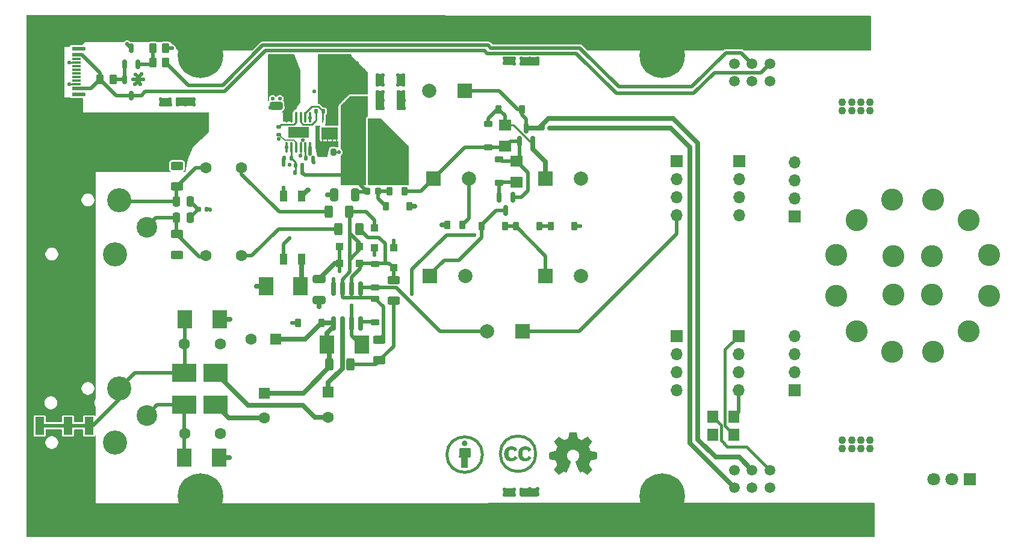
<source format=gbr>
%TF.GenerationSoftware,KiCad,Pcbnew,8.0.1*%
%TF.CreationDate,2024-11-27T15:43:16-06:00*%
%TF.ProjectId,XAmplifier,58416d70-6c69-4666-9965-722e6b696361,rev?*%
%TF.SameCoordinates,Original*%
%TF.FileFunction,Copper,L1,Top*%
%TF.FilePolarity,Positive*%
%FSLAX46Y46*%
G04 Gerber Fmt 4.6, Leading zero omitted, Abs format (unit mm)*
G04 Created by KiCad (PCBNEW 8.0.1) date 2024-11-27 15:43:16*
%MOMM*%
%LPD*%
G01*
G04 APERTURE LIST*
G04 Aperture macros list*
%AMRoundRect*
0 Rectangle with rounded corners*
0 $1 Rounding radius*
0 $2 $3 $4 $5 $6 $7 $8 $9 X,Y pos of 4 corners*
0 Add a 4 corners polygon primitive as box body*
4,1,4,$2,$3,$4,$5,$6,$7,$8,$9,$2,$3,0*
0 Add four circle primitives for the rounded corners*
1,1,$1+$1,$2,$3*
1,1,$1+$1,$4,$5*
1,1,$1+$1,$6,$7*
1,1,$1+$1,$8,$9*
0 Add four rect primitives between the rounded corners*
20,1,$1+$1,$2,$3,$4,$5,0*
20,1,$1+$1,$4,$5,$6,$7,0*
20,1,$1+$1,$6,$7,$8,$9,0*
20,1,$1+$1,$8,$9,$2,$3,0*%
G04 Aperture macros list end*
%TA.AperFunction,EtchedComponent*%
%ADD10C,0.000000*%
%TD*%
%TA.AperFunction,EtchedComponent*%
%ADD11C,0.010000*%
%TD*%
%TA.AperFunction,EtchedComponent*%
%ADD12C,0.400000*%
%TD*%
%TA.AperFunction,SMDPad,CuDef*%
%ADD13RoundRect,0.135000X-0.135000X-0.185000X0.135000X-0.185000X0.135000X0.185000X-0.135000X0.185000X0*%
%TD*%
%TA.AperFunction,SMDPad,CuDef*%
%ADD14RoundRect,0.225000X-0.375000X0.225000X-0.375000X-0.225000X0.375000X-0.225000X0.375000X0.225000X0*%
%TD*%
%TA.AperFunction,SMDPad,CuDef*%
%ADD15RoundRect,0.225000X0.225000X0.375000X-0.225000X0.375000X-0.225000X-0.375000X0.225000X-0.375000X0*%
%TD*%
%TA.AperFunction,ComponentPad*%
%ADD16C,2.000000*%
%TD*%
%TA.AperFunction,ComponentPad*%
%ADD17R,2.000000X2.000000*%
%TD*%
%TA.AperFunction,SMDPad,CuDef*%
%ADD18R,3.450000X2.550000*%
%TD*%
%TA.AperFunction,SMDPad,CuDef*%
%ADD19RoundRect,0.150000X-0.150000X0.512500X-0.150000X-0.512500X0.150000X-0.512500X0.150000X0.512500X0*%
%TD*%
%TA.AperFunction,SMDPad,CuDef*%
%ADD20RoundRect,0.140000X0.140000X0.170000X-0.140000X0.170000X-0.140000X-0.170000X0.140000X-0.170000X0*%
%TD*%
%TA.AperFunction,SMDPad,CuDef*%
%ADD21R,1.100000X1.500000*%
%TD*%
%TA.AperFunction,SMDPad,CuDef*%
%ADD22RoundRect,0.250000X0.625000X-0.312500X0.625000X0.312500X-0.625000X0.312500X-0.625000X-0.312500X0*%
%TD*%
%TA.AperFunction,SMDPad,CuDef*%
%ADD23R,0.279400X0.812800*%
%TD*%
%TA.AperFunction,SMDPad,CuDef*%
%ADD24RoundRect,0.250000X-0.300000X-0.300000X0.300000X-0.300000X0.300000X0.300000X-0.300000X0.300000X0*%
%TD*%
%TA.AperFunction,SMDPad,CuDef*%
%ADD25RoundRect,0.250000X0.300000X-0.300000X0.300000X0.300000X-0.300000X0.300000X-0.300000X-0.300000X0*%
%TD*%
%TA.AperFunction,SMDPad,CuDef*%
%ADD26RoundRect,0.140000X-0.140000X-0.170000X0.140000X-0.170000X0.140000X0.170000X-0.140000X0.170000X0*%
%TD*%
%TA.AperFunction,SMDPad,CuDef*%
%ADD27RoundRect,0.250000X-0.625000X0.312500X-0.625000X-0.312500X0.625000X-0.312500X0.625000X0.312500X0*%
%TD*%
%TA.AperFunction,SMDPad,CuDef*%
%ADD28RoundRect,0.250000X-0.650000X0.325000X-0.650000X-0.325000X0.650000X-0.325000X0.650000X0.325000X0*%
%TD*%
%TA.AperFunction,SMDPad,CuDef*%
%ADD29R,1.200000X2.500000*%
%TD*%
%TA.AperFunction,SMDPad,CuDef*%
%ADD30RoundRect,0.218750X-0.218750X-0.381250X0.218750X-0.381250X0.218750X0.381250X-0.218750X0.381250X0*%
%TD*%
%TA.AperFunction,SMDPad,CuDef*%
%ADD31RoundRect,0.250000X0.262500X0.450000X-0.262500X0.450000X-0.262500X-0.450000X0.262500X-0.450000X0*%
%TD*%
%TA.AperFunction,SMDPad,CuDef*%
%ADD32RoundRect,0.250000X0.325000X0.650000X-0.325000X0.650000X-0.325000X-0.650000X0.325000X-0.650000X0*%
%TD*%
%TA.AperFunction,ComponentPad*%
%ADD33C,1.600000*%
%TD*%
%TA.AperFunction,ComponentPad*%
%ADD34R,1.600000X1.600000*%
%TD*%
%TA.AperFunction,ComponentPad*%
%ADD35C,1.498600*%
%TD*%
%TA.AperFunction,SMDPad,CuDef*%
%ADD36R,2.100000X2.600000*%
%TD*%
%TA.AperFunction,SMDPad,CuDef*%
%ADD37RoundRect,0.250000X-0.325000X-0.650000X0.325000X-0.650000X0.325000X0.650000X-0.325000X0.650000X0*%
%TD*%
%TA.AperFunction,ComponentPad*%
%ADD38C,6.400000*%
%TD*%
%TA.AperFunction,SMDPad,CuDef*%
%ADD39RoundRect,0.150000X-0.150000X0.587500X-0.150000X-0.587500X0.150000X-0.587500X0.150000X0.587500X0*%
%TD*%
%TA.AperFunction,SMDPad,CuDef*%
%ADD40RoundRect,0.225000X-0.225000X-0.250000X0.225000X-0.250000X0.225000X0.250000X-0.225000X0.250000X0*%
%TD*%
%TA.AperFunction,SMDPad,CuDef*%
%ADD41RoundRect,0.225000X-0.225000X-0.375000X0.225000X-0.375000X0.225000X0.375000X-0.225000X0.375000X0*%
%TD*%
%TA.AperFunction,SMDPad,CuDef*%
%ADD42RoundRect,0.150000X0.150000X-0.512500X0.150000X0.512500X-0.150000X0.512500X-0.150000X-0.512500X0*%
%TD*%
%TA.AperFunction,SMDPad,CuDef*%
%ADD43RoundRect,0.250000X1.100000X-0.325000X1.100000X0.325000X-1.100000X0.325000X-1.100000X-0.325000X0*%
%TD*%
%TA.AperFunction,ComponentPad*%
%ADD44C,1.800000*%
%TD*%
%TA.AperFunction,ComponentPad*%
%ADD45R,1.800000X1.800000*%
%TD*%
%TA.AperFunction,SMDPad,CuDef*%
%ADD46RoundRect,0.250000X0.312500X0.625000X-0.312500X0.625000X-0.312500X-0.625000X0.312500X-0.625000X0*%
%TD*%
%TA.AperFunction,SMDPad,CuDef*%
%ADD47C,3.098800*%
%TD*%
%TA.AperFunction,ComponentPad*%
%ADD48C,3.098800*%
%TD*%
%TA.AperFunction,SMDPad,CuDef*%
%ADD49RoundRect,0.150000X-0.150000X0.825000X-0.150000X-0.825000X0.150000X-0.825000X0.150000X0.825000X0*%
%TD*%
%TA.AperFunction,SMDPad,CuDef*%
%ADD50R,1.600000X2.250000*%
%TD*%
%TA.AperFunction,SMDPad,CuDef*%
%ADD51RoundRect,0.250000X-0.250000X-0.475000X0.250000X-0.475000X0.250000X0.475000X-0.250000X0.475000X0*%
%TD*%
%TA.AperFunction,SMDPad,CuDef*%
%ADD52RoundRect,0.250000X-1.100000X0.325000X-1.100000X-0.325000X1.100000X-0.325000X1.100000X0.325000X0*%
%TD*%
%TA.AperFunction,SMDPad,CuDef*%
%ADD53R,1.500000X2.200000*%
%TD*%
%TA.AperFunction,SMDPad,CuDef*%
%ADD54RoundRect,0.225000X0.375000X-0.225000X0.375000X0.225000X-0.375000X0.225000X-0.375000X-0.225000X0*%
%TD*%
%TA.AperFunction,SMDPad,CuDef*%
%ADD55R,1.800000X1.500000*%
%TD*%
%TA.AperFunction,SMDPad,CuDef*%
%ADD56RoundRect,0.150000X0.150000X-0.587500X0.150000X0.587500X-0.150000X0.587500X-0.150000X-0.587500X0*%
%TD*%
%TA.AperFunction,SMDPad,CuDef*%
%ADD57R,1.500000X1.800000*%
%TD*%
%TA.AperFunction,SMDPad,CuDef*%
%ADD58RoundRect,0.135000X0.135000X0.185000X-0.135000X0.185000X-0.135000X-0.185000X0.135000X-0.185000X0*%
%TD*%
%TA.AperFunction,SMDPad,CuDef*%
%ADD59RoundRect,0.250000X0.325000X1.100000X-0.325000X1.100000X-0.325000X-1.100000X0.325000X-1.100000X0*%
%TD*%
%TA.AperFunction,SMDPad,CuDef*%
%ADD60RoundRect,0.135000X0.185000X-0.135000X0.185000X0.135000X-0.185000X0.135000X-0.185000X-0.135000X0*%
%TD*%
%TA.AperFunction,ComponentPad*%
%ADD61O,1.800000X1.000000*%
%TD*%
%TA.AperFunction,ComponentPad*%
%ADD62O,2.100000X1.000000*%
%TD*%
%TA.AperFunction,SMDPad,CuDef*%
%ADD63R,1.240000X0.600000*%
%TD*%
%TA.AperFunction,SMDPad,CuDef*%
%ADD64R,1.240000X0.300000*%
%TD*%
%TA.AperFunction,ComponentPad*%
%ADD65C,2.900000*%
%TD*%
%TA.AperFunction,ComponentPad*%
%ADD66C,3.400000*%
%TD*%
%TA.AperFunction,SMDPad,CuDef*%
%ADD67RoundRect,0.200000X-0.200000X-0.275000X0.200000X-0.275000X0.200000X0.275000X-0.200000X0.275000X0*%
%TD*%
%TA.AperFunction,SMDPad,CuDef*%
%ADD68RoundRect,0.250000X-0.262500X-0.450000X0.262500X-0.450000X0.262500X0.450000X-0.262500X0.450000X0*%
%TD*%
%TA.AperFunction,HeatsinkPad*%
%ADD69C,0.500000*%
%TD*%
%TA.AperFunction,HeatsinkPad*%
%ADD70R,2.850000X1.650000*%
%TD*%
%TA.AperFunction,SMDPad,CuDef*%
%ADD71RoundRect,0.100000X0.100000X-0.625000X0.100000X0.625000X-0.100000X0.625000X-0.100000X-0.625000X0*%
%TD*%
%TA.AperFunction,SMDPad,CuDef*%
%ADD72RoundRect,0.250000X-0.300000X0.300000X-0.300000X-0.300000X0.300000X-0.300000X0.300000X0.300000X0*%
%TD*%
%TA.AperFunction,ComponentPad*%
%ADD73R,1.700000X1.700000*%
%TD*%
%TA.AperFunction,ComponentPad*%
%ADD74O,1.700000X1.700000*%
%TD*%
%TA.AperFunction,ViaPad*%
%ADD75C,0.564200*%
%TD*%
%TA.AperFunction,ViaPad*%
%ADD76C,1.100000*%
%TD*%
%TA.AperFunction,Conductor*%
%ADD77C,0.508000*%
%TD*%
%TA.AperFunction,Conductor*%
%ADD78C,0.635000*%
%TD*%
%TA.AperFunction,Conductor*%
%ADD79C,0.381000*%
%TD*%
%TA.AperFunction,Conductor*%
%ADD80C,0.254000*%
%TD*%
%TA.AperFunction,Conductor*%
%ADD81C,0.203200*%
%TD*%
G04 APERTURE END LIST*
D10*
%TA.AperFunction,EtchedComponent*%
%TO.C,Q404*%
G36*
X119040754Y-81038874D02*
G01*
X116754754Y-81038874D01*
X116754754Y-79337074D01*
X119040754Y-79337074D01*
X119040754Y-81038874D01*
G37*
%TD.AperFunction*%
D11*
%TO.C,LOGO402*%
X152623490Y-122664624D02*
X152707311Y-123109248D01*
X153016596Y-123236746D01*
X153325882Y-123364244D01*
X153696922Y-123111939D01*
X153800833Y-123041689D01*
X153894763Y-122978965D01*
X153974328Y-122926631D01*
X154035146Y-122887550D01*
X154072833Y-122864586D01*
X154083097Y-122859635D01*
X154101586Y-122872369D01*
X154141096Y-122907575D01*
X154197198Y-122960755D01*
X154265463Y-123027411D01*
X154341462Y-123103047D01*
X154420768Y-123183165D01*
X154498951Y-123263267D01*
X154571583Y-123338857D01*
X154634235Y-123405438D01*
X154682479Y-123458511D01*
X154711886Y-123493580D01*
X154718917Y-123505316D01*
X154708799Y-123526953D01*
X154680435Y-123574355D01*
X154636805Y-123642886D01*
X154580894Y-123727908D01*
X154515682Y-123824786D01*
X154477895Y-123880043D01*
X154409019Y-123980941D01*
X154347816Y-124071992D01*
X154297254Y-124148663D01*
X154260304Y-124206421D01*
X154239934Y-124240736D01*
X154236873Y-124247947D01*
X154243812Y-124268441D01*
X154262727Y-124316206D01*
X154290763Y-124384525D01*
X154325067Y-124466682D01*
X154362785Y-124555963D01*
X154401063Y-124645651D01*
X154437046Y-124729031D01*
X154467882Y-124799387D01*
X154490715Y-124850003D01*
X154502693Y-124874164D01*
X154503400Y-124875115D01*
X154522207Y-124879729D01*
X154572294Y-124890021D01*
X154648469Y-124904980D01*
X154745541Y-124923594D01*
X154858319Y-124944852D01*
X154924118Y-124957111D01*
X155044626Y-124980055D01*
X155153473Y-125001888D01*
X155245152Y-125021415D01*
X155314157Y-125037441D01*
X155354980Y-125048772D01*
X155363187Y-125052367D01*
X155371224Y-125076699D01*
X155377709Y-125131652D01*
X155382646Y-125210801D01*
X155386040Y-125307719D01*
X155387894Y-125415980D01*
X155388214Y-125529158D01*
X155387003Y-125640828D01*
X155384266Y-125744561D01*
X155380007Y-125833934D01*
X155374231Y-125902519D01*
X155366943Y-125943890D01*
X155362571Y-125952503D01*
X155336440Y-125962826D01*
X155281069Y-125977585D01*
X155203783Y-125995045D01*
X155111906Y-126013473D01*
X155079834Y-126019434D01*
X154925200Y-126047759D01*
X154803051Y-126070569D01*
X154709349Y-126088773D01*
X154640060Y-126103276D01*
X154591147Y-126114985D01*
X154558573Y-126124808D01*
X154538304Y-126133649D01*
X154526302Y-126142417D01*
X154524623Y-126144150D01*
X154507860Y-126172064D01*
X154482290Y-126226388D01*
X154450464Y-126300470D01*
X154414936Y-126387658D01*
X154378259Y-126481301D01*
X154342987Y-126574745D01*
X154311672Y-126661340D01*
X154286869Y-126734433D01*
X154271130Y-126787371D01*
X154267008Y-126813504D01*
X154267352Y-126814419D01*
X154281317Y-126835779D01*
X154312998Y-126882777D01*
X154359067Y-126950520D01*
X154416194Y-127034116D01*
X154481049Y-127128675D01*
X154499519Y-127155547D01*
X154565375Y-127252968D01*
X154623326Y-127341856D01*
X154670214Y-127417105D01*
X154702883Y-127473613D01*
X154718176Y-127506274D01*
X154718917Y-127510286D01*
X154706068Y-127531377D01*
X154670564Y-127573157D01*
X154616969Y-127631138D01*
X154549847Y-127700828D01*
X154473763Y-127777738D01*
X154393280Y-127857376D01*
X154312963Y-127935254D01*
X154237375Y-128006879D01*
X154171081Y-128067763D01*
X154118645Y-128113414D01*
X154084631Y-128139343D01*
X154075221Y-128143576D01*
X154053319Y-128133605D01*
X154008476Y-128106713D01*
X153947997Y-128067429D01*
X153901465Y-128035810D01*
X153817151Y-127977791D01*
X153717302Y-127909477D01*
X153617149Y-127841272D01*
X153563303Y-127804768D01*
X153381047Y-127681493D01*
X153228057Y-127764213D01*
X153158358Y-127800452D01*
X153099090Y-127828619D01*
X153058987Y-127844684D01*
X153048779Y-127846919D01*
X153036505Y-127830415D01*
X153012289Y-127783775D01*
X152977939Y-127711302D01*
X152935264Y-127617299D01*
X152886070Y-127506067D01*
X152832166Y-127381908D01*
X152775360Y-127249125D01*
X152717458Y-127112020D01*
X152660269Y-126974895D01*
X152605600Y-126842051D01*
X152555260Y-126717791D01*
X152511056Y-126606418D01*
X152474795Y-126512232D01*
X152448285Y-126439537D01*
X152433334Y-126392634D01*
X152430930Y-126376526D01*
X152449987Y-126355979D01*
X152491712Y-126322626D01*
X152547382Y-126283395D01*
X152552054Y-126280292D01*
X152695940Y-126165116D01*
X152811959Y-126030746D01*
X152899106Y-125881477D01*
X152956375Y-125721606D01*
X152982762Y-125555430D01*
X152977261Y-125387245D01*
X152938866Y-125221348D01*
X152866571Y-125062035D01*
X152845302Y-125027180D01*
X152734672Y-124886430D01*
X152603978Y-124773407D01*
X152457740Y-124688696D01*
X152300484Y-124632887D01*
X152136733Y-124606567D01*
X151971009Y-124610323D01*
X151807838Y-124644743D01*
X151651741Y-124710416D01*
X151507243Y-124807928D01*
X151462545Y-124847506D01*
X151348788Y-124971396D01*
X151265894Y-125101817D01*
X151209032Y-125248008D01*
X151177363Y-125392781D01*
X151169545Y-125555553D01*
X151195614Y-125719133D01*
X151252921Y-125877991D01*
X151338820Y-126026599D01*
X151450662Y-126159428D01*
X151585799Y-126270949D01*
X151603559Y-126282704D01*
X151659826Y-126321201D01*
X151702599Y-126354556D01*
X151723048Y-126375853D01*
X151723345Y-126376526D01*
X151718955Y-126399564D01*
X151701552Y-126451850D01*
X151672944Y-126529083D01*
X151634941Y-126626961D01*
X151589350Y-126741184D01*
X151537979Y-126867451D01*
X151482638Y-127001460D01*
X151425134Y-127138911D01*
X151367277Y-127275501D01*
X151310874Y-127406930D01*
X151257734Y-127528898D01*
X151209666Y-127637102D01*
X151168477Y-127727242D01*
X151135977Y-127795016D01*
X151113973Y-127836123D01*
X151105112Y-127846919D01*
X151078036Y-127838512D01*
X151027373Y-127815965D01*
X150961859Y-127783306D01*
X150925835Y-127764213D01*
X150772844Y-127681493D01*
X150590588Y-127804768D01*
X150497551Y-127867921D01*
X150395691Y-127937420D01*
X150300238Y-128002858D01*
X150252426Y-128035810D01*
X150185181Y-128080966D01*
X150128240Y-128116750D01*
X150089030Y-128138631D01*
X150076295Y-128143256D01*
X150057759Y-128130778D01*
X150016735Y-128095945D01*
X149957201Y-128042371D01*
X149883134Y-127973676D01*
X149798511Y-127893474D01*
X149744991Y-127841979D01*
X149651357Y-127749979D01*
X149570435Y-127667692D01*
X149505499Y-127598638D01*
X149459818Y-127546337D01*
X149436665Y-127514309D01*
X149434444Y-127507809D01*
X149444752Y-127483087D01*
X149473237Y-127433098D01*
X149516739Y-127362905D01*
X149572099Y-127277568D01*
X149636156Y-127182149D01*
X149654373Y-127155547D01*
X149720749Y-127058860D01*
X149780298Y-126971810D01*
X149829692Y-126899288D01*
X149865601Y-126846186D01*
X149884695Y-126817396D01*
X149886540Y-126814419D01*
X149883781Y-126791475D01*
X149869138Y-126741029D01*
X149845163Y-126669734D01*
X149814410Y-126584240D01*
X149779432Y-126491200D01*
X149742783Y-126397267D01*
X149707015Y-126309092D01*
X149674682Y-126233327D01*
X149648338Y-126176624D01*
X149630534Y-126145636D01*
X149629269Y-126144150D01*
X149618382Y-126135294D01*
X149599994Y-126126536D01*
X149570070Y-126116970D01*
X149524573Y-126105689D01*
X149459467Y-126091786D01*
X149370715Y-126074356D01*
X149254283Y-126052491D01*
X149106134Y-126025284D01*
X149074058Y-126019434D01*
X148978990Y-126001067D01*
X148896111Y-125983098D01*
X148832746Y-125967262D01*
X148796218Y-125955293D01*
X148791320Y-125952503D01*
X148783249Y-125927765D01*
X148776689Y-125872483D01*
X148771643Y-125793082D01*
X148768117Y-125695989D01*
X148766115Y-125587631D01*
X148765640Y-125474433D01*
X148766699Y-125362821D01*
X148769294Y-125259222D01*
X148773430Y-125170061D01*
X148779113Y-125101765D01*
X148786345Y-125060759D01*
X148790705Y-125052367D01*
X148814978Y-125043901D01*
X148870250Y-125030128D01*
X148951014Y-125012243D01*
X149051764Y-124991441D01*
X149166993Y-124968916D01*
X149229774Y-124957111D01*
X149348889Y-124934844D01*
X149455111Y-124914672D01*
X149543249Y-124897608D01*
X149608110Y-124884662D01*
X149644502Y-124876848D01*
X149650492Y-124875115D01*
X149660615Y-124855583D01*
X149682014Y-124808536D01*
X149711837Y-124740696D01*
X149747231Y-124658784D01*
X149785344Y-124569521D01*
X149823323Y-124479628D01*
X149858316Y-124395828D01*
X149887470Y-124324840D01*
X149907933Y-124273387D01*
X149916853Y-124248190D01*
X149917019Y-124247089D01*
X149906907Y-124227212D01*
X149878559Y-124181470D01*
X149834953Y-124114410D01*
X149779070Y-124030577D01*
X149713889Y-123934519D01*
X149675997Y-123879343D01*
X149606951Y-123778174D01*
X149545626Y-123686323D01*
X149495013Y-123608437D01*
X149458105Y-123549162D01*
X149437894Y-123513144D01*
X149434975Y-123505070D01*
X149447523Y-123486277D01*
X149482213Y-123446150D01*
X149534613Y-123389186D01*
X149600292Y-123319878D01*
X149674820Y-123242724D01*
X149753763Y-123162218D01*
X149832693Y-123082856D01*
X149907176Y-123009133D01*
X149972782Y-122945545D01*
X150025080Y-122896587D01*
X150059637Y-122866754D01*
X150071198Y-122859635D01*
X150090022Y-122869646D01*
X150135045Y-122897771D01*
X150201889Y-122941147D01*
X150286177Y-122996911D01*
X150383532Y-123062199D01*
X150456969Y-123111939D01*
X150828009Y-123364244D01*
X151446581Y-123109248D01*
X151530401Y-122664624D01*
X151614222Y-122220000D01*
X152539670Y-122220000D01*
X152623490Y-122664624D01*
%TA.AperFunction,EtchedComponent*%
G36*
X152623490Y-122664624D02*
G01*
X152707311Y-123109248D01*
X153016596Y-123236746D01*
X153325882Y-123364244D01*
X153696922Y-123111939D01*
X153800833Y-123041689D01*
X153894763Y-122978965D01*
X153974328Y-122926631D01*
X154035146Y-122887550D01*
X154072833Y-122864586D01*
X154083097Y-122859635D01*
X154101586Y-122872369D01*
X154141096Y-122907575D01*
X154197198Y-122960755D01*
X154265463Y-123027411D01*
X154341462Y-123103047D01*
X154420768Y-123183165D01*
X154498951Y-123263267D01*
X154571583Y-123338857D01*
X154634235Y-123405438D01*
X154682479Y-123458511D01*
X154711886Y-123493580D01*
X154718917Y-123505316D01*
X154708799Y-123526953D01*
X154680435Y-123574355D01*
X154636805Y-123642886D01*
X154580894Y-123727908D01*
X154515682Y-123824786D01*
X154477895Y-123880043D01*
X154409019Y-123980941D01*
X154347816Y-124071992D01*
X154297254Y-124148663D01*
X154260304Y-124206421D01*
X154239934Y-124240736D01*
X154236873Y-124247947D01*
X154243812Y-124268441D01*
X154262727Y-124316206D01*
X154290763Y-124384525D01*
X154325067Y-124466682D01*
X154362785Y-124555963D01*
X154401063Y-124645651D01*
X154437046Y-124729031D01*
X154467882Y-124799387D01*
X154490715Y-124850003D01*
X154502693Y-124874164D01*
X154503400Y-124875115D01*
X154522207Y-124879729D01*
X154572294Y-124890021D01*
X154648469Y-124904980D01*
X154745541Y-124923594D01*
X154858319Y-124944852D01*
X154924118Y-124957111D01*
X155044626Y-124980055D01*
X155153473Y-125001888D01*
X155245152Y-125021415D01*
X155314157Y-125037441D01*
X155354980Y-125048772D01*
X155363187Y-125052367D01*
X155371224Y-125076699D01*
X155377709Y-125131652D01*
X155382646Y-125210801D01*
X155386040Y-125307719D01*
X155387894Y-125415980D01*
X155388214Y-125529158D01*
X155387003Y-125640828D01*
X155384266Y-125744561D01*
X155380007Y-125833934D01*
X155374231Y-125902519D01*
X155366943Y-125943890D01*
X155362571Y-125952503D01*
X155336440Y-125962826D01*
X155281069Y-125977585D01*
X155203783Y-125995045D01*
X155111906Y-126013473D01*
X155079834Y-126019434D01*
X154925200Y-126047759D01*
X154803051Y-126070569D01*
X154709349Y-126088773D01*
X154640060Y-126103276D01*
X154591147Y-126114985D01*
X154558573Y-126124808D01*
X154538304Y-126133649D01*
X154526302Y-126142417D01*
X154524623Y-126144150D01*
X154507860Y-126172064D01*
X154482290Y-126226388D01*
X154450464Y-126300470D01*
X154414936Y-126387658D01*
X154378259Y-126481301D01*
X154342987Y-126574745D01*
X154311672Y-126661340D01*
X154286869Y-126734433D01*
X154271130Y-126787371D01*
X154267008Y-126813504D01*
X154267352Y-126814419D01*
X154281317Y-126835779D01*
X154312998Y-126882777D01*
X154359067Y-126950520D01*
X154416194Y-127034116D01*
X154481049Y-127128675D01*
X154499519Y-127155547D01*
X154565375Y-127252968D01*
X154623326Y-127341856D01*
X154670214Y-127417105D01*
X154702883Y-127473613D01*
X154718176Y-127506274D01*
X154718917Y-127510286D01*
X154706068Y-127531377D01*
X154670564Y-127573157D01*
X154616969Y-127631138D01*
X154549847Y-127700828D01*
X154473763Y-127777738D01*
X154393280Y-127857376D01*
X154312963Y-127935254D01*
X154237375Y-128006879D01*
X154171081Y-128067763D01*
X154118645Y-128113414D01*
X154084631Y-128139343D01*
X154075221Y-128143576D01*
X154053319Y-128133605D01*
X154008476Y-128106713D01*
X153947997Y-128067429D01*
X153901465Y-128035810D01*
X153817151Y-127977791D01*
X153717302Y-127909477D01*
X153617149Y-127841272D01*
X153563303Y-127804768D01*
X153381047Y-127681493D01*
X153228057Y-127764213D01*
X153158358Y-127800452D01*
X153099090Y-127828619D01*
X153058987Y-127844684D01*
X153048779Y-127846919D01*
X153036505Y-127830415D01*
X153012289Y-127783775D01*
X152977939Y-127711302D01*
X152935264Y-127617299D01*
X152886070Y-127506067D01*
X152832166Y-127381908D01*
X152775360Y-127249125D01*
X152717458Y-127112020D01*
X152660269Y-126974895D01*
X152605600Y-126842051D01*
X152555260Y-126717791D01*
X152511056Y-126606418D01*
X152474795Y-126512232D01*
X152448285Y-126439537D01*
X152433334Y-126392634D01*
X152430930Y-126376526D01*
X152449987Y-126355979D01*
X152491712Y-126322626D01*
X152547382Y-126283395D01*
X152552054Y-126280292D01*
X152695940Y-126165116D01*
X152811959Y-126030746D01*
X152899106Y-125881477D01*
X152956375Y-125721606D01*
X152982762Y-125555430D01*
X152977261Y-125387245D01*
X152938866Y-125221348D01*
X152866571Y-125062035D01*
X152845302Y-125027180D01*
X152734672Y-124886430D01*
X152603978Y-124773407D01*
X152457740Y-124688696D01*
X152300484Y-124632887D01*
X152136733Y-124606567D01*
X151971009Y-124610323D01*
X151807838Y-124644743D01*
X151651741Y-124710416D01*
X151507243Y-124807928D01*
X151462545Y-124847506D01*
X151348788Y-124971396D01*
X151265894Y-125101817D01*
X151209032Y-125248008D01*
X151177363Y-125392781D01*
X151169545Y-125555553D01*
X151195614Y-125719133D01*
X151252921Y-125877991D01*
X151338820Y-126026599D01*
X151450662Y-126159428D01*
X151585799Y-126270949D01*
X151603559Y-126282704D01*
X151659826Y-126321201D01*
X151702599Y-126354556D01*
X151723048Y-126375853D01*
X151723345Y-126376526D01*
X151718955Y-126399564D01*
X151701552Y-126451850D01*
X151672944Y-126529083D01*
X151634941Y-126626961D01*
X151589350Y-126741184D01*
X151537979Y-126867451D01*
X151482638Y-127001460D01*
X151425134Y-127138911D01*
X151367277Y-127275501D01*
X151310874Y-127406930D01*
X151257734Y-127528898D01*
X151209666Y-127637102D01*
X151168477Y-127727242D01*
X151135977Y-127795016D01*
X151113973Y-127836123D01*
X151105112Y-127846919D01*
X151078036Y-127838512D01*
X151027373Y-127815965D01*
X150961859Y-127783306D01*
X150925835Y-127764213D01*
X150772844Y-127681493D01*
X150590588Y-127804768D01*
X150497551Y-127867921D01*
X150395691Y-127937420D01*
X150300238Y-128002858D01*
X150252426Y-128035810D01*
X150185181Y-128080966D01*
X150128240Y-128116750D01*
X150089030Y-128138631D01*
X150076295Y-128143256D01*
X150057759Y-128130778D01*
X150016735Y-128095945D01*
X149957201Y-128042371D01*
X149883134Y-127973676D01*
X149798511Y-127893474D01*
X149744991Y-127841979D01*
X149651357Y-127749979D01*
X149570435Y-127667692D01*
X149505499Y-127598638D01*
X149459818Y-127546337D01*
X149436665Y-127514309D01*
X149434444Y-127507809D01*
X149444752Y-127483087D01*
X149473237Y-127433098D01*
X149516739Y-127362905D01*
X149572099Y-127277568D01*
X149636156Y-127182149D01*
X149654373Y-127155547D01*
X149720749Y-127058860D01*
X149780298Y-126971810D01*
X149829692Y-126899288D01*
X149865601Y-126846186D01*
X149884695Y-126817396D01*
X149886540Y-126814419D01*
X149883781Y-126791475D01*
X149869138Y-126741029D01*
X149845163Y-126669734D01*
X149814410Y-126584240D01*
X149779432Y-126491200D01*
X149742783Y-126397267D01*
X149707015Y-126309092D01*
X149674682Y-126233327D01*
X149648338Y-126176624D01*
X149630534Y-126145636D01*
X149629269Y-126144150D01*
X149618382Y-126135294D01*
X149599994Y-126126536D01*
X149570070Y-126116970D01*
X149524573Y-126105689D01*
X149459467Y-126091786D01*
X149370715Y-126074356D01*
X149254283Y-126052491D01*
X149106134Y-126025284D01*
X149074058Y-126019434D01*
X148978990Y-126001067D01*
X148896111Y-125983098D01*
X148832746Y-125967262D01*
X148796218Y-125955293D01*
X148791320Y-125952503D01*
X148783249Y-125927765D01*
X148776689Y-125872483D01*
X148771643Y-125793082D01*
X148768117Y-125695989D01*
X148766115Y-125587631D01*
X148765640Y-125474433D01*
X148766699Y-125362821D01*
X148769294Y-125259222D01*
X148773430Y-125170061D01*
X148779113Y-125101765D01*
X148786345Y-125060759D01*
X148790705Y-125052367D01*
X148814978Y-125043901D01*
X148870250Y-125030128D01*
X148951014Y-125012243D01*
X149051764Y-124991441D01*
X149166993Y-124968916D01*
X149229774Y-124957111D01*
X149348889Y-124934844D01*
X149455111Y-124914672D01*
X149543249Y-124897608D01*
X149608110Y-124884662D01*
X149644502Y-124876848D01*
X149650492Y-124875115D01*
X149660615Y-124855583D01*
X149682014Y-124808536D01*
X149711837Y-124740696D01*
X149747231Y-124658784D01*
X149785344Y-124569521D01*
X149823323Y-124479628D01*
X149858316Y-124395828D01*
X149887470Y-124324840D01*
X149907933Y-124273387D01*
X149916853Y-124248190D01*
X149917019Y-124247089D01*
X149906907Y-124227212D01*
X149878559Y-124181470D01*
X149834953Y-124114410D01*
X149779070Y-124030577D01*
X149713889Y-123934519D01*
X149675997Y-123879343D01*
X149606951Y-123778174D01*
X149545626Y-123686323D01*
X149495013Y-123608437D01*
X149458105Y-123549162D01*
X149437894Y-123513144D01*
X149434975Y-123505070D01*
X149447523Y-123486277D01*
X149482213Y-123446150D01*
X149534613Y-123389186D01*
X149600292Y-123319878D01*
X149674820Y-123242724D01*
X149753763Y-123162218D01*
X149832693Y-123082856D01*
X149907176Y-123009133D01*
X149972782Y-122945545D01*
X150025080Y-122896587D01*
X150059637Y-122866754D01*
X150071198Y-122859635D01*
X150090022Y-122869646D01*
X150135045Y-122897771D01*
X150201889Y-122941147D01*
X150286177Y-122996911D01*
X150383532Y-123062199D01*
X150456969Y-123111939D01*
X150828009Y-123364244D01*
X151446581Y-123109248D01*
X151530401Y-122664624D01*
X151614222Y-122220000D01*
X152539670Y-122220000D01*
X152623490Y-122664624D01*
G37*
%TD.AperFunction*%
D12*
%TO.C,LOGO400*%
X146867676Y-125270693D02*
G75*
G02*
X141867676Y-125270693I-2500000J0D01*
G01*
X141867676Y-125270693D02*
G75*
G02*
X146867676Y-125270693I2500000J0D01*
G01*
D10*
%TA.AperFunction,EtchedComponent*%
G36*
X143483872Y-124224957D02*
G01*
X143558324Y-124230666D01*
X143629984Y-124240206D01*
X143698853Y-124253577D01*
X143764932Y-124270780D01*
X143828220Y-124291813D01*
X143888720Y-124316677D01*
X143946430Y-124345371D01*
X144001353Y-124377895D01*
X144053488Y-124414249D01*
X144102837Y-124454431D01*
X144149399Y-124498443D01*
X144193175Y-124546283D01*
X144234167Y-124597951D01*
X144272374Y-124653448D01*
X144307798Y-124712772D01*
X143854090Y-124948675D01*
X143844874Y-124930154D01*
X143835402Y-124912337D01*
X143825674Y-124895222D01*
X143815689Y-124878811D01*
X143805448Y-124863105D01*
X143794950Y-124848104D01*
X143784194Y-124833809D01*
X143773181Y-124820219D01*
X143761909Y-124807337D01*
X143750380Y-124795163D01*
X143738592Y-124783696D01*
X143726545Y-124772938D01*
X143714238Y-124762890D01*
X143701673Y-124753552D01*
X143688847Y-124744924D01*
X143675761Y-124737008D01*
X143662585Y-124729702D01*
X143649528Y-124722865D01*
X143636589Y-124716497D01*
X143623769Y-124710599D01*
X143611067Y-124705171D01*
X143598484Y-124700214D01*
X143586019Y-124695727D01*
X143573672Y-124691711D01*
X143561442Y-124688167D01*
X143549331Y-124685094D01*
X143537337Y-124682493D01*
X143525460Y-124680364D01*
X143513700Y-124678708D01*
X143502058Y-124677524D01*
X143490532Y-124676814D01*
X143479123Y-124676577D01*
X143451228Y-124677162D01*
X143424218Y-124678915D01*
X143398092Y-124681838D01*
X143372851Y-124685929D01*
X143348494Y-124691190D01*
X143325022Y-124697619D01*
X143302434Y-124705218D01*
X143280732Y-124713986D01*
X143259914Y-124723923D01*
X143239981Y-124735030D01*
X143220934Y-124747305D01*
X143202771Y-124760751D01*
X143185494Y-124775365D01*
X143169102Y-124791149D01*
X143153596Y-124808103D01*
X143138975Y-124826225D01*
X143125239Y-124845518D01*
X143112389Y-124865980D01*
X143100425Y-124887612D01*
X143089346Y-124910413D01*
X143079154Y-124934384D01*
X143069847Y-124959525D01*
X143061426Y-124985835D01*
X143053891Y-125013316D01*
X143047243Y-125041966D01*
X143041480Y-125071786D01*
X143036604Y-125102776D01*
X143032615Y-125134936D01*
X143029511Y-125168266D01*
X143027295Y-125202766D01*
X143025965Y-125238436D01*
X143025521Y-125275276D01*
X143025970Y-125308862D01*
X143027317Y-125341595D01*
X143029561Y-125373475D01*
X143032703Y-125404504D01*
X143036742Y-125434681D01*
X143041678Y-125464007D01*
X143047512Y-125492483D01*
X143054242Y-125520108D01*
X143061869Y-125546885D01*
X143070392Y-125572811D01*
X143079812Y-125597890D01*
X143090128Y-125622120D01*
X143101340Y-125645503D01*
X143113447Y-125668038D01*
X143126451Y-125689726D01*
X143140350Y-125710569D01*
X143155143Y-125730350D01*
X143170786Y-125748857D01*
X143187280Y-125766088D01*
X143204624Y-125782044D01*
X143213616Y-125789544D01*
X143222820Y-125796725D01*
X143232237Y-125803586D01*
X143241866Y-125810129D01*
X143251708Y-125816353D01*
X143261763Y-125822258D01*
X143272031Y-125827844D01*
X143282511Y-125833111D01*
X143304110Y-125842687D01*
X143326559Y-125850987D01*
X143349859Y-125858011D01*
X143374011Y-125863758D01*
X143399012Y-125868228D01*
X143424865Y-125871421D01*
X143451569Y-125873337D01*
X143479123Y-125873975D01*
X143515485Y-125872841D01*
X143550476Y-125869437D01*
X143584096Y-125863763D01*
X143616346Y-125855822D01*
X143647225Y-125845611D01*
X143676733Y-125833133D01*
X143704872Y-125818387D01*
X143731641Y-125801374D01*
X143757041Y-125782093D01*
X143781072Y-125760546D01*
X143803735Y-125736732D01*
X143825029Y-125710651D01*
X143844955Y-125682305D01*
X143863514Y-125651694D01*
X143880705Y-125618817D01*
X143896530Y-125583675D01*
X144313725Y-125795341D01*
X144296694Y-125825941D01*
X144278859Y-125855711D01*
X144260221Y-125884651D01*
X144240779Y-125912760D01*
X144220533Y-125940040D01*
X144199484Y-125966490D01*
X144177631Y-125992111D01*
X144154975Y-126016903D01*
X144131514Y-126040867D01*
X144107250Y-126064003D01*
X144082183Y-126086311D01*
X144056312Y-126107791D01*
X144029637Y-126128444D01*
X144002158Y-126148270D01*
X143973876Y-126167270D01*
X143944790Y-126185443D01*
X143915149Y-126202666D01*
X143885125Y-126218776D01*
X143854717Y-126233772D01*
X143823926Y-126247656D01*
X143792753Y-126260428D01*
X143761197Y-126272087D01*
X143729260Y-126282634D01*
X143696941Y-126292070D01*
X143664242Y-126300394D01*
X143631162Y-126307608D01*
X143597703Y-126313711D01*
X143563864Y-126318703D01*
X143529646Y-126322586D01*
X143495050Y-126325359D01*
X143460076Y-126327022D01*
X143424725Y-126327577D01*
X143368715Y-126326492D01*
X143314072Y-126323235D01*
X143260796Y-126317807D01*
X143208889Y-126310207D01*
X143158351Y-126300434D01*
X143109181Y-126288487D01*
X143061381Y-126274366D01*
X143014951Y-126258071D01*
X142969892Y-126239600D01*
X142926203Y-126218953D01*
X142883886Y-126196129D01*
X142842941Y-126171129D01*
X142803368Y-126143950D01*
X142765168Y-126114593D01*
X142728341Y-126083057D01*
X142692887Y-126049341D01*
X142659208Y-126013724D01*
X142627701Y-125976405D01*
X142598367Y-125937386D01*
X142571206Y-125896665D01*
X142546217Y-125854243D01*
X142523402Y-125810120D01*
X142502759Y-125764297D01*
X142484290Y-125716773D01*
X142467993Y-125667549D01*
X142453869Y-125616624D01*
X142441919Y-125564000D01*
X142432141Y-125509675D01*
X142424535Y-125453651D01*
X142419103Y-125395928D01*
X142415844Y-125336504D01*
X142414757Y-125275382D01*
X142415856Y-125215679D01*
X142419153Y-125157539D01*
X142424646Y-125100961D01*
X142432337Y-125045943D01*
X142442225Y-124992487D01*
X142454310Y-124940591D01*
X142468592Y-124890255D01*
X142485070Y-124841478D01*
X142503745Y-124794261D01*
X142524616Y-124748602D01*
X142547684Y-124704501D01*
X142572947Y-124661957D01*
X142600406Y-124620971D01*
X142630061Y-124581541D01*
X142661911Y-124543667D01*
X142695957Y-124507349D01*
X142731679Y-124472938D01*
X142768560Y-124440744D01*
X142806600Y-124410769D01*
X142845798Y-124383012D01*
X142886156Y-124357473D01*
X142927673Y-124334154D01*
X142970349Y-124313055D01*
X143014184Y-124294175D01*
X143059179Y-124277515D01*
X143105334Y-124263075D01*
X143152649Y-124250856D01*
X143201124Y-124240858D01*
X143250759Y-124233081D01*
X143301554Y-124227526D01*
X143353510Y-124224192D01*
X143406627Y-124223081D01*
X143483872Y-124224957D01*
G37*
%TD.AperFunction*%
%TA.AperFunction,EtchedComponent*%
G36*
X145443231Y-124224957D02*
G01*
X145517606Y-124230666D01*
X145589149Y-124240206D01*
X145657859Y-124253577D01*
X145723736Y-124270780D01*
X145786779Y-124291813D01*
X145846988Y-124316677D01*
X145904360Y-124345371D01*
X145958896Y-124377895D01*
X146010595Y-124414249D01*
X146059456Y-124454431D01*
X146105478Y-124498443D01*
X146148661Y-124546283D01*
X146189003Y-124597951D01*
X146226504Y-124653448D01*
X146261164Y-124712772D01*
X146261163Y-124712772D01*
X145813594Y-124948675D01*
X145804394Y-124930154D01*
X145794932Y-124912337D01*
X145785207Y-124895222D01*
X145775221Y-124878811D01*
X145764974Y-124863105D01*
X145754467Y-124848104D01*
X145743699Y-124833809D01*
X145732671Y-124820219D01*
X145721385Y-124807337D01*
X145709839Y-124795163D01*
X145698036Y-124783696D01*
X145685974Y-124772938D01*
X145673655Y-124762890D01*
X145661079Y-124753552D01*
X145648247Y-124744924D01*
X145635159Y-124737008D01*
X145621940Y-124729702D01*
X145608792Y-124722865D01*
X145595718Y-124716497D01*
X145582717Y-124710599D01*
X145569790Y-124705171D01*
X145556937Y-124700214D01*
X145544159Y-124695727D01*
X145531456Y-124691711D01*
X145518828Y-124688167D01*
X145506277Y-124685094D01*
X145493802Y-124682493D01*
X145481405Y-124680364D01*
X145469085Y-124678708D01*
X145456843Y-124677524D01*
X145444679Y-124676814D01*
X145432594Y-124676577D01*
X145404690Y-124677162D01*
X145377670Y-124678915D01*
X145351536Y-124681838D01*
X145326287Y-124685929D01*
X145301923Y-124691190D01*
X145278444Y-124697619D01*
X145255850Y-124705218D01*
X145234142Y-124713986D01*
X145213319Y-124723923D01*
X145193381Y-124735030D01*
X145174329Y-124747305D01*
X145156163Y-124760751D01*
X145138882Y-124775365D01*
X145122487Y-124791149D01*
X145106977Y-124808103D01*
X145092353Y-124826225D01*
X145078615Y-124845518D01*
X145065763Y-124865980D01*
X145053797Y-124887612D01*
X145042717Y-124910413D01*
X145032523Y-124934384D01*
X145023215Y-124959525D01*
X145014794Y-124985835D01*
X145007258Y-125013316D01*
X145000609Y-125041966D01*
X144994846Y-125071786D01*
X144989970Y-125102776D01*
X144985980Y-125134936D01*
X144982877Y-125168266D01*
X144980660Y-125202766D01*
X144979330Y-125238436D01*
X144978887Y-125275276D01*
X144979337Y-125308862D01*
X144980687Y-125341595D01*
X144982936Y-125373475D01*
X144986085Y-125404504D01*
X144990132Y-125434681D01*
X144995077Y-125464007D01*
X145000920Y-125492483D01*
X145007660Y-125520108D01*
X145015297Y-125546885D01*
X145023830Y-125572811D01*
X145033258Y-125597890D01*
X145043582Y-125622120D01*
X145054801Y-125645503D01*
X145066914Y-125668038D01*
X145079921Y-125689726D01*
X145093821Y-125710569D01*
X145108594Y-125730350D01*
X145124218Y-125748857D01*
X145140693Y-125766088D01*
X145149251Y-125774226D01*
X145158021Y-125782044D01*
X145167005Y-125789544D01*
X145176201Y-125796725D01*
X145185611Y-125803586D01*
X145195235Y-125810129D01*
X145205072Y-125816353D01*
X145215122Y-125822258D01*
X145225386Y-125827844D01*
X145235863Y-125833111D01*
X145257459Y-125842687D01*
X145279909Y-125850987D01*
X145303216Y-125858011D01*
X145327378Y-125863758D01*
X145352396Y-125868228D01*
X145378271Y-125871421D01*
X145405004Y-125873337D01*
X145432594Y-125873975D01*
X145468920Y-125872841D01*
X145503882Y-125869437D01*
X145537478Y-125863763D01*
X145569708Y-125855822D01*
X145600571Y-125845611D01*
X145630067Y-125833133D01*
X145658195Y-125818387D01*
X145684954Y-125801374D01*
X145710344Y-125782093D01*
X145734364Y-125760546D01*
X145757014Y-125736732D01*
X145778292Y-125710651D01*
X145798199Y-125682305D01*
X145816734Y-125651694D01*
X145833895Y-125618817D01*
X145849684Y-125583675D01*
X146273017Y-125795341D01*
X146255273Y-125825941D01*
X146236768Y-125855711D01*
X146217504Y-125884651D01*
X146197480Y-125912760D01*
X146176698Y-125940040D01*
X146155158Y-125966490D01*
X146132861Y-125992111D01*
X146109808Y-126016903D01*
X146086000Y-126040867D01*
X146061438Y-126064003D01*
X146036122Y-126086311D01*
X146010052Y-126107791D01*
X145983231Y-126128444D01*
X145955658Y-126148270D01*
X145927334Y-126167270D01*
X145898261Y-126185443D01*
X145868608Y-126202666D01*
X145838626Y-126218776D01*
X145808313Y-126233772D01*
X145777670Y-126247656D01*
X145746698Y-126260428D01*
X145715396Y-126272087D01*
X145683764Y-126282634D01*
X145651802Y-126292070D01*
X145619510Y-126300394D01*
X145586888Y-126307608D01*
X145553936Y-126313711D01*
X145520654Y-126318703D01*
X145487043Y-126322586D01*
X145453101Y-126325359D01*
X145418830Y-126327022D01*
X145384229Y-126327577D01*
X145327484Y-126326492D01*
X145272185Y-126323235D01*
X145218332Y-126317807D01*
X145165924Y-126310207D01*
X145114961Y-126300434D01*
X145065443Y-126288487D01*
X145017368Y-126274366D01*
X144970738Y-126258071D01*
X144925551Y-126239600D01*
X144881808Y-126218953D01*
X144839507Y-126196129D01*
X144798650Y-126171129D01*
X144759234Y-126143950D01*
X144721261Y-126114593D01*
X144684730Y-126083057D01*
X144649640Y-126049341D01*
X144616270Y-126013724D01*
X144585057Y-125976405D01*
X144556002Y-125937386D01*
X144529102Y-125896665D01*
X144504358Y-125854243D01*
X144481769Y-125810120D01*
X144461334Y-125764297D01*
X144443053Y-125716773D01*
X144426925Y-125667549D01*
X144412949Y-125616624D01*
X144401125Y-125564000D01*
X144391453Y-125509675D01*
X144383930Y-125453651D01*
X144378558Y-125395928D01*
X144375335Y-125336504D01*
X144374261Y-125275382D01*
X144375359Y-125215679D01*
X144378652Y-125157539D01*
X144384142Y-125100961D01*
X144391828Y-125045943D01*
X144401711Y-124992487D01*
X144413792Y-124940591D01*
X144428071Y-124890255D01*
X144444548Y-124841478D01*
X144463224Y-124794261D01*
X144484099Y-124748602D01*
X144507175Y-124704501D01*
X144532451Y-124661957D01*
X144559927Y-124620971D01*
X144589605Y-124581541D01*
X144621484Y-124543667D01*
X144655566Y-124507349D01*
X144691270Y-124472938D01*
X144728135Y-124440744D01*
X144766160Y-124410769D01*
X144805345Y-124383012D01*
X144845691Y-124357473D01*
X144887197Y-124334154D01*
X144929863Y-124313055D01*
X144973688Y-124294175D01*
X145018673Y-124277515D01*
X145064818Y-124263075D01*
X145112122Y-124250856D01*
X145160585Y-124240858D01*
X145210207Y-124233081D01*
X145260988Y-124227526D01*
X145312927Y-124224192D01*
X145366026Y-124223081D01*
X145443231Y-124224957D01*
G37*
%TD.AperFunction*%
%TA.AperFunction,EtchedComponent*%
%TO.C,LOGO401*%
G36*
X136060000Y-125590000D02*
G01*
X137660000Y-125590000D01*
X137660000Y-125790000D01*
X136060000Y-125790000D01*
X136060000Y-125590000D01*
G37*
%TD.AperFunction*%
D12*
X136260000Y-124590000D02*
X137460000Y-124590000D01*
X137460000Y-125590000D01*
X136260000Y-125590000D01*
X136260000Y-124590000D01*
%TA.AperFunction,EtchedComponent*%
G36*
X136260000Y-124590000D02*
G01*
X137460000Y-124590000D01*
X137460000Y-125590000D01*
X136260000Y-125590000D01*
X136260000Y-124590000D01*
G37*
%TD.AperFunction*%
%TA.AperFunction,EtchedComponent*%
G36*
X136410000Y-125390000D02*
G01*
X137310000Y-125390000D01*
X137310000Y-127240000D01*
X136410000Y-127240000D01*
X136410000Y-125390000D01*
G37*
%TD.AperFunction*%
X137060000Y-123800000D02*
G75*
G02*
X136660000Y-123800000I-200000J0D01*
G01*
X136660000Y-123800000D02*
G75*
G02*
X137060000Y-123800000I200000J0D01*
G01*
X139360640Y-125390000D02*
G75*
G02*
X134360640Y-125390000I-2500000J0D01*
G01*
X134360640Y-125390000D02*
G75*
G02*
X139360640Y-125390000I2500000J0D01*
G01*
%TD*%
D13*
%TO.P,R401,1*%
%TO.N,/Phantom Power Management/+48V_PH_SW*%
X147766908Y-79383797D03*
%TO.P,R401,2*%
%TO.N,/Phantom Power Management/+48V_PH_SW_R*%
X148786908Y-79383797D03*
%TD*%
D14*
%TO.P,D413,1,K*%
%TO.N,/Input Gating/In-_SW*%
X124295000Y-98550000D03*
%TO.P,D413,2,A*%
%TO.N,Net-(D413-A)*%
X124295000Y-101850000D03*
%TD*%
D15*
%TO.P,D414,2,A*%
%TO.N,GND*%
X113445000Y-106875000D03*
%TO.P,D414,1,K*%
%TO.N,/Amplifier/AMP_OUT-*%
X116745000Y-106875000D03*
%TD*%
D16*
%TO.P,C412,2*%
%TO.N,Net-(D413-A)*%
X140000000Y-108000000D03*
D17*
%TO.P,C412,1*%
%TO.N,/Amplifier/RG1*%
X145000000Y-108000000D03*
%TD*%
D18*
%TO.P,R426,1*%
%TO.N,/Amplifier/Line Out-*%
X97450000Y-118400000D03*
%TO.P,R426,2*%
%TO.N,/Amplifier/AMP_OUT_FLT-*%
X101850000Y-118400000D03*
%TD*%
D19*
%TO.P,Q402,1,D*%
%TO.N,+5V_USB*%
X90947500Y-72545000D03*
%TO.P,Q402,2,G*%
%TO.N,/Hardware & IO Connectors/USB_G_P*%
X89047500Y-72545000D03*
%TO.P,Q402,3,S*%
%TO.N,/Hardware & IO Connectors/USB_PWR*%
X89997500Y-74820000D03*
%TD*%
D20*
%TO.P,C430,1*%
%TO.N,+48V*%
X114002754Y-84669274D03*
%TO.P,C430,2*%
%TO.N,/48V Regulator/+48V_FB*%
X113042754Y-84669274D03*
%TD*%
D21*
%TO.P,SW401,B2*%
%TO.N,GND1*%
X111380000Y-97850000D03*
%TO.P,SW401,B1*%
%TO.N,/Input Gating/+48V_PH*%
X113920000Y-97850000D03*
%TO.P,SW401,A2*%
%TO.N,/Hardware & IO Connectors/USB_CC_R*%
X111380000Y-88950000D03*
%TO.P,SW401,A1*%
%TO.N,/Phantom Power Management/+48V_PH_SW*%
X113920000Y-88950000D03*
%TD*%
D22*
%TO.P,R437,2*%
%TO.N,GND1*%
X94777565Y-75750000D03*
%TO.P,R437,1*%
%TO.N,Earth*%
X94777565Y-78675000D03*
%TD*%
D17*
%TO.P,C401,1*%
%TO.N,/Phantom Power Management/+48V_FLT*%
X132502323Y-86500000D03*
D16*
%TO.P,C401,2*%
%TO.N,/Phantom Power Management/+48V_FLT_N*%
X137502323Y-86500000D03*
%TD*%
D23*
%TO.P,Q404,1,D*%
%TO.N,/48V Regulator/+48V_SW*%
X118872753Y-78244874D03*
%TO.P,Q404,2*%
X118222755Y-78244874D03*
%TO.P,Q404,3*%
X117572753Y-78244874D03*
%TO.P,Q404,4,G*%
%TO.N,/48V Regulator/+48V_G*%
X116922755Y-78244874D03*
%TO.P,Q404,5,S*%
%TO.N,/48V Regulator/+48V_G_R*%
X116922755Y-81343674D03*
%TO.P,Q404,6*%
X117572753Y-81343674D03*
%TO.P,Q404,7*%
X118222755Y-81343674D03*
%TO.P,Q404,8*%
X118872753Y-81343674D03*
%TD*%
D24*
%TO.P,D409,1,K*%
%TO.N,/Amplifier/+35V_AMP*%
X119295000Y-98475000D03*
%TO.P,D409,2,A*%
%TO.N,/Input Gating/In-_SW*%
X122095000Y-98475000D03*
%TD*%
D25*
%TO.P,D411,1,K*%
%TO.N,/Input Gating/In-_SW*%
X126895000Y-99075000D03*
%TO.P,D411,2,A*%
%TO.N,GND*%
X126895000Y-96275000D03*
%TD*%
D16*
%TO.P,C403,2*%
%TO.N,GND*%
X131897677Y-74190000D03*
D17*
%TO.P,C403,1*%
%TO.N,/Phantom Power Management/+48V_PH_SW*%
X136897677Y-74190000D03*
%TD*%
D26*
%TO.P,C411,1*%
%TO.N,/Input Gating/PH_CAP*%
X99566940Y-90887106D03*
%TO.P,C411,2*%
%TO.N,GND*%
X100526940Y-90887106D03*
%TD*%
D27*
%TO.P,R425,1*%
%TO.N,/Input Gating/In+_SW*%
X124895000Y-109212500D03*
%TO.P,R425,2*%
%TO.N,Net-(R424-Pad2)*%
X124895000Y-112137500D03*
%TD*%
D28*
%TO.P,C405,1*%
%TO.N,/Amplifier/+35V_AMP*%
X116350000Y-100675000D03*
%TO.P,C405,2*%
%TO.N,GND*%
X116350000Y-103625000D03*
%TD*%
D24*
%TO.P,D408,1,K*%
%TO.N,/Amplifier/+35V_AMP*%
X119295000Y-96075000D03*
%TO.P,D408,2,A*%
%TO.N,/Input Gating/In+_SW*%
X122095000Y-96075000D03*
%TD*%
D29*
%TO.P,J408,T*%
%TO.N,/Amplifier/Line Out+*%
X77070000Y-121350000D03*
%TO.P,J408,S*%
%TO.N,Earth*%
X75970000Y-114850000D03*
%TO.P,J408,R2*%
%TO.N,/Amplifier/Line Out+*%
X84070000Y-121350000D03*
%TO.P,J408,R1*%
X81070000Y-121350000D03*
%TD*%
D30*
%TO.P,FB401,2*%
%TO.N,/Phantom Power Management/+48V_FLT_N*%
X136562500Y-93080000D03*
%TO.P,FB401,1*%
%TO.N,GND*%
X134437500Y-93080000D03*
%TD*%
D27*
%TO.P,R424,1*%
%TO.N,/Input Gating/In-_SW*%
X126895000Y-100812500D03*
%TO.P,R424,2*%
%TO.N,Net-(R424-Pad2)*%
X126895000Y-103737500D03*
%TD*%
D17*
%TO.P,C406,1*%
%TO.N,/Phantom Power Management/+35V_AMP_G*%
X148252323Y-100210000D03*
D16*
%TO.P,C406,2*%
%TO.N,GND*%
X153252323Y-100210000D03*
%TD*%
D31*
%TO.P,R438,1*%
%TO.N,/Hardware & IO Connectors/USB_SW*%
X94812500Y-70175000D03*
%TO.P,R438,2*%
%TO.N,/Hardware & IO Connectors/USB_G_N*%
X92987500Y-70175000D03*
%TD*%
D32*
%TO.P,C400,1*%
%TO.N,+48V*%
X121475000Y-88800000D03*
%TO.P,C400,2*%
%TO.N,GND*%
X118525000Y-88800000D03*
%TD*%
D33*
%TO.P,C414,2*%
%TO.N,/Amplifier/AMP_OUT_FLT-*%
X108680000Y-120250000D03*
D34*
%TO.P,C414,1*%
%TO.N,/Amplifier/AMP_OUT-*%
X108680000Y-116750000D03*
%TD*%
D35*
%TO.P,SW400,6,C*%
%TO.N,/Input Gating/+48V_PH*%
X174802509Y-127548923D03*
%TO.P,SW400,5,B*%
%TO.N,/Phantom Power Management/+48V_PH_SW*%
X177291709Y-127548923D03*
%TO.P,SW400,4,A*%
%TO.N,Net-(SW400B-A)*%
X179780909Y-127548923D03*
%TO.P,SW400,3,C*%
%TO.N,/Phantom Power Management/+48V_PH_SW_R*%
X174802509Y-130038123D03*
%TO.P,SW400,2,B*%
%TO.N,/Phantom Power Management/+48V_PH_R*%
X177291709Y-130038123D03*
%TO.P,SW400,1,A*%
%TO.N,unconnected-(SW400A-A-Pad1)*%
X179780909Y-130038123D03*
%TD*%
D33*
%TO.P,C407,1*%
%TO.N,/Hardware & IO Connectors/XLR In+*%
X100500000Y-85000000D03*
%TO.P,C407,2*%
%TO.N,/Input Gating/In+_R*%
X105500000Y-85000000D03*
%TD*%
D36*
%TO.P,R427,1*%
%TO.N,/Amplifier/Line Out-*%
X97425000Y-125800000D03*
%TO.P,R427,2*%
%TO.N,GND*%
X102325000Y-125800000D03*
%TD*%
D37*
%TO.P,C426,1*%
%TO.N,+48V*%
X121797754Y-86269274D03*
%TO.P,C426,2*%
%TO.N,GND1*%
X124747754Y-86269274D03*
%TD*%
D38*
%TO.P,MH402,1,1*%
%TO.N,Earth*%
X99680000Y-131200000D03*
%TD*%
D39*
%TO.P,Q401,1,C*%
%TO.N,/Phantom Power Management/+48V_FLT*%
X143620000Y-89135000D03*
%TO.P,Q401,2,B*%
%TO.N,/Phantom Power Management/+35V_AMP_G*%
X141720000Y-89135000D03*
%TO.P,Q401,3,E*%
%TO.N,/Amplifier/+35V_AMP*%
X142670000Y-91010000D03*
%TD*%
D15*
%TO.P,D401,1,K*%
%TO.N,/Phantom Power Management/+48V_PH_SW*%
X144947500Y-76750000D03*
%TO.P,D401,2,A*%
%TO.N,/Phantom Power Management/+48V_PH_G*%
X141647500Y-76750000D03*
%TD*%
D40*
%TO.P,F400,1*%
%TO.N,+48V*%
X123153010Y-88339825D03*
%TO.P,F400,2*%
%TO.N,/Phantom Power Management/+48V_FLT_R*%
X124703010Y-88339825D03*
%TD*%
D41*
%TO.P,D406,1,K*%
%TO.N,/Phantom Power Management/+35V_AMP_G*%
X144090000Y-93250000D03*
%TO.P,D406,2,A*%
%TO.N,Net-(D406-A)*%
X147390000Y-93250000D03*
%TD*%
D27*
%TO.P,R406,1*%
%TO.N,/Input Gating/+48V_PH*%
X96400000Y-84737500D03*
%TO.P,R406,2*%
%TO.N,/Hardware & IO Connectors/XLR In+*%
X96400000Y-87662500D03*
%TD*%
D38*
%TO.P,MH400,1,1*%
%TO.N,Earth*%
X99680000Y-69200000D03*
%TD*%
D42*
%TO.P,Q403,1,D*%
%TO.N,/Hardware & IO Connectors/USB_G_P*%
X89037490Y-70468888D03*
%TO.P,Q403,2,G*%
%TO.N,/Hardware & IO Connectors/USB_G_N*%
X90937490Y-70468888D03*
%TO.P,Q403,3,S*%
%TO.N,GND1*%
X89987490Y-68193888D03*
%TD*%
D43*
%TO.P,C419,1*%
%TO.N,GND*%
X146009695Y-69983093D03*
%TO.P,C419,2*%
%TO.N,Earth*%
X146009695Y-67033093D03*
%TD*%
D44*
%TO.P,D404,3,A2*%
%TO.N,/Phantom Power Management/PH_LED_GR_R*%
X202800000Y-128860000D03*
%TO.P,D404,2,K*%
%TO.N,/Phantom Power Management/GND_R*%
X205340000Y-128860000D03*
D45*
%TO.P,D404,1,A1*%
%TO.N,/Phantom Power Management/PH_LED_RED_R*%
X207880000Y-128860000D03*
%TD*%
D46*
%TO.P,R410,1*%
%TO.N,/Input Gating/In-_SW*%
X122062500Y-93600000D03*
%TO.P,R410,2*%
%TO.N,/Input Gating/In-_R*%
X119137500Y-93600000D03*
%TD*%
D47*
%TO.P,SW403,D*%
%TO.N,N/C*%
X202605418Y-97458597D03*
%TO.P,SW403,C*%
X197154578Y-97458597D03*
%TO.P,SW403,B*%
X197154578Y-102909437D03*
D48*
%TO.P,SW403,A,A*%
%TO.N,/Amplifier/RG2_R*%
X202605418Y-102909437D03*
%TO.P,SW403,12,12*%
%TO.N,Net-(R421-Pad1)*%
X210603878Y-97308737D03*
%TO.P,SW403,11,11*%
%TO.N,Net-(R420-Pad1)*%
X207731138Y-92332877D03*
%TO.P,SW403,10,10*%
%TO.N,Net-(R419-Pad1)*%
X202755278Y-89460137D03*
%TO.P,SW403,9,9*%
%TO.N,Net-(R418-Pad1)*%
X197004718Y-89460137D03*
%TO.P,SW403,8,8*%
%TO.N,Net-(R417-Pad1)*%
X192028858Y-92332877D03*
%TO.P,SW403,7,7*%
%TO.N,Net-(R416-Pad1)*%
X189156118Y-97308737D03*
%TO.P,SW403,6,6*%
%TO.N,Net-(R415-Pad1)*%
X189156118Y-103059297D03*
%TO.P,SW403,5,5*%
%TO.N,Net-(R414-Pad1)*%
X192028858Y-108035157D03*
%TO.P,SW403,4,4*%
%TO.N,Net-(R413-Pad1)*%
X197004718Y-110907897D03*
%TO.P,SW403,3,3*%
%TO.N,Net-(R412-Pad1)*%
X202755278Y-110907897D03*
%TO.P,SW403,2,2*%
%TO.N,Net-(R411-Pad1)*%
X207731138Y-108035157D03*
%TO.P,SW403,1,1*%
%TO.N,Net-(R411-Pad2)*%
X210603878Y-103059297D03*
%TD*%
D16*
%TO.P,C402,2*%
%TO.N,GND*%
X153252323Y-86500000D03*
D17*
%TO.P,C402,1*%
%TO.N,/Phantom Power Management/+48V_PH_G*%
X148252323Y-86500000D03*
%TD*%
D49*
%TO.P,U400,1,RG1*%
%TO.N,Net-(D413-A)*%
X122200000Y-102000000D03*
%TO.P,U400,2,-*%
%TO.N,/Input Gating/In-_SW*%
X120930000Y-102000000D03*
%TO.P,U400,3,+*%
%TO.N,/Input Gating/In+_SW*%
X119660000Y-102000000D03*
%TO.P,U400,4,V-*%
%TO.N,GND*%
X118390000Y-102000000D03*
%TO.P,U400,5,REF*%
%TO.N,/Amplifier/AMP_OUT-*%
X118390000Y-106950000D03*
%TO.P,U400,6*%
%TO.N,/Amplifier/AMP_OUT+*%
X119660000Y-106950000D03*
%TO.P,U400,7,V+*%
%TO.N,/Amplifier/+35V_AMP*%
X120930000Y-106950000D03*
%TO.P,U400,8,RG2*%
%TO.N,/Amplifier/RG2*%
X122200000Y-106950000D03*
%TD*%
D33*
%TO.P,C408,1*%
%TO.N,/Hardware & IO Connectors/XLR In-*%
X100500000Y-97400000D03*
%TO.P,C408,2*%
%TO.N,/Input Gating/In-_R*%
X105500000Y-97400000D03*
%TD*%
D37*
%TO.P,C425,1*%
%TO.N,+48V*%
X121797754Y-83894274D03*
%TO.P,C425,2*%
%TO.N,GND1*%
X124747754Y-83894274D03*
%TD*%
D15*
%TO.P,D405,1,K*%
%TO.N,/Phantom Power Management/+35V_AMP_G*%
X142542500Y-93250000D03*
%TO.P,D405,2,A*%
%TO.N,/Amplifier/+35V_AMP*%
X139242500Y-93250000D03*
%TD*%
D33*
%TO.P,C413,2*%
%TO.N,/Amplifier/AMP_OUT_FLT+*%
X117680000Y-120097349D03*
D34*
%TO.P,C413,1*%
%TO.N,/Amplifier/AMP_OUT+*%
X117680000Y-116597349D03*
%TD*%
D50*
%TO.P,D415,2,A*%
%TO.N,/48V Regulator/+48V_SW*%
X121622754Y-72894274D03*
%TO.P,D415,1,K*%
%TO.N,+48V*%
X121622754Y-76894274D03*
%TD*%
D51*
%TO.P,C409,1*%
%TO.N,/Hardware & IO Connectors/XLR In-*%
X96350000Y-92000000D03*
%TO.P,C409,2*%
%TO.N,/Input Gating/PH_CAP*%
X98250000Y-92000000D03*
%TD*%
D18*
%TO.P,R423,1*%
%TO.N,/Amplifier/Line Out+*%
X97450000Y-113875000D03*
%TO.P,R423,2*%
%TO.N,/Amplifier/AMP_OUT_FLT+*%
X101850000Y-113875000D03*
%TD*%
D14*
%TO.P,D403,1,K*%
%TO.N,/Phantom Power Management/+48V_FLT*%
X141730000Y-83800000D03*
%TO.P,D403,2,A*%
%TO.N,/Phantom Power Management/+35V_AMP_G*%
X141730000Y-87100000D03*
%TD*%
D52*
%TO.P,C418,1*%
%TO.N,GND*%
X145962033Y-130710668D03*
%TO.P,C418,2*%
%TO.N,Earth*%
X145962033Y-133660668D03*
%TD*%
D53*
%TO.P,L400,1,1*%
%TO.N,+5V_USB*%
X112497754Y-72650000D03*
%TO.P,L400,2,2*%
%TO.N,/48V Regulator/+48V_SW*%
X118897754Y-72650000D03*
%TD*%
D36*
%TO.P,R429,1*%
%TO.N,/Amplifier/+35V_AMP*%
X122380000Y-109875000D03*
%TO.P,R429,2*%
%TO.N,/Amplifier/AMP_OUT-*%
X117480000Y-109875000D03*
%TD*%
D54*
%TO.P,D400,1,K*%
%TO.N,/Phantom Power Management/+48V_FLT*%
X140170000Y-82117500D03*
%TO.P,D400,2,A*%
%TO.N,/Phantom Power Management/+48V_PH_G*%
X140170000Y-78817500D03*
%TD*%
D46*
%TO.P,R409,1*%
%TO.N,/Input Gating/In+_SW*%
X120662500Y-91200000D03*
%TO.P,R409,2*%
%TO.N,/Input Gating/In+_R*%
X117737500Y-91200000D03*
%TD*%
D13*
%TO.P,R446,1*%
%TO.N,/48V Regulator/+48V_RT*%
X114512754Y-83669274D03*
%TO.P,R446,2*%
%TO.N,GND1*%
X115532754Y-83669274D03*
%TD*%
D33*
%TO.P,C416,1*%
%TO.N,/Amplifier/Line Out+*%
X97460000Y-109830000D03*
%TO.P,C416,2*%
%TO.N,GND*%
X102460000Y-109830000D03*
%TD*%
D36*
%TO.P,R408,1*%
%TO.N,/Input Gating/+48V_PH*%
X113800000Y-101700000D03*
%TO.P,R408,2*%
%TO.N,GND*%
X108900000Y-101700000D03*
%TD*%
D55*
%TO.P,R405,1*%
%TO.N,/Phantom Power Management/+48V_FLT*%
X144160000Y-84070000D03*
%TO.P,R405,2*%
%TO.N,/Phantom Power Management/+35V_AMP_G*%
X144160000Y-87070000D03*
%TD*%
D56*
%TO.P,Q400,1,C*%
%TO.N,/Phantom Power Management/+48V_FLT*%
X144567500Y-81257500D03*
%TO.P,Q400,2,B*%
%TO.N,/Phantom Power Management/+48V_PH_G*%
X146467500Y-81257500D03*
%TO.P,Q400,3,E*%
%TO.N,/Phantom Power Management/+48V_PH_SW*%
X145517500Y-79382500D03*
%TD*%
D22*
%TO.P,R431,1*%
%TO.N,Earth*%
X143162033Y-133648168D03*
%TO.P,R431,2*%
%TO.N,GND*%
X143162033Y-130723168D03*
%TD*%
D57*
%TO.P,R403,1*%
%TO.N,Net-(SW400B-A)*%
X171745000Y-120035000D03*
%TO.P,R403,2*%
%TO.N,/Phantom Power Management/PH_LED_RED*%
X174745000Y-120035000D03*
%TD*%
D22*
%TO.P,R407,1*%
%TO.N,/Input Gating/+48V_PH*%
X96400000Y-97262500D03*
%TO.P,R407,2*%
%TO.N,/Hardware & IO Connectors/XLR In-*%
X96400000Y-94337500D03*
%TD*%
D58*
%TO.P,R444,1*%
%TO.N,+48V*%
X114057754Y-85669274D03*
%TO.P,R444,2*%
%TO.N,/48V Regulator/+48V_FB*%
X113037754Y-85669274D03*
%TD*%
D27*
%TO.P,R432,1*%
%TO.N,Earth*%
X143176783Y-67046772D03*
%TO.P,R432,2*%
%TO.N,GND*%
X143176783Y-69971772D03*
%TD*%
D59*
%TO.P,C420,1*%
%TO.N,GND*%
X127905000Y-75480000D03*
%TO.P,C420,2*%
%TO.N,GND1*%
X124955000Y-75480000D03*
%TD*%
D43*
%TO.P,C421,2*%
%TO.N,GND1*%
X97589767Y-75725000D03*
%TO.P,C421,1*%
%TO.N,Earth*%
X97589767Y-78675000D03*
%TD*%
D60*
%TO.P,R442,1*%
%TO.N,/48V Regulator/+48V_PG*%
X110697754Y-80304274D03*
%TO.P,R442,2*%
%TO.N,/48V Regulator/+48V_VCC*%
X110697754Y-79284274D03*
%TD*%
D51*
%TO.P,C410,1*%
%TO.N,/Hardware & IO Connectors/XLR In+*%
X96350000Y-89750000D03*
%TO.P,C410,2*%
%TO.N,/Input Gating/PH_CAP*%
X98250000Y-89750000D03*
%TD*%
D61*
%TO.P,J409,S1,SHIELD*%
%TO.N,Earth*%
X77435000Y-75770000D03*
D62*
X81635000Y-75770000D03*
D61*
X77435000Y-67130000D03*
D62*
X81635000Y-67130000D03*
D63*
%TO.P,J409,B12,GND*%
%TO.N,GND1*%
X82235000Y-68250000D03*
%TO.P,J409,B9,VBUS*%
%TO.N,/Hardware & IO Connectors/USB_PWR*%
X82235000Y-69050000D03*
D64*
%TO.P,J409,B8*%
%TO.N,N/C*%
X82235000Y-69700000D03*
%TO.P,J409,B7*%
X82235000Y-70700000D03*
%TO.P,J409,B6*%
X82235000Y-72200000D03*
%TO.P,J409,B5,CC2*%
%TO.N,/Hardware & IO Connectors/USB_CC2*%
X82235000Y-73200000D03*
D63*
%TO.P,J409,B4,VBUS*%
%TO.N,/Hardware & IO Connectors/USB_PWR*%
X82235000Y-73850000D03*
%TO.P,J409,B1,GND*%
%TO.N,GND1*%
X82235000Y-74650000D03*
%TO.P,J409,A12,GND*%
X82235000Y-74650000D03*
%TO.P,J409,A9,VBUS*%
%TO.N,/Hardware & IO Connectors/USB_PWR*%
X82235000Y-73850000D03*
D64*
%TO.P,J409,A8*%
%TO.N,N/C*%
X82235000Y-72700000D03*
%TO.P,J409,A7*%
X82235000Y-71700000D03*
%TO.P,J409,A6*%
X82235000Y-71200000D03*
%TO.P,J409,A5,CC1*%
%TO.N,/Hardware & IO Connectors/USB_CC1*%
X82235000Y-70200000D03*
D63*
%TO.P,J409,A4,VBUS*%
%TO.N,/Hardware & IO Connectors/USB_PWR*%
X82235000Y-69050000D03*
%TO.P,J409,A1,GND*%
%TO.N,GND1*%
X82235000Y-68250000D03*
%TD*%
D37*
%TO.P,C427,1*%
%TO.N,+48V*%
X121797754Y-81519274D03*
%TO.P,C427,2*%
%TO.N,GND1*%
X124747754Y-81519274D03*
%TD*%
D51*
%TO.P,C428,1*%
%TO.N,+48V*%
X122347754Y-79319274D03*
%TO.P,C428,2*%
%TO.N,GND1*%
X124247754Y-79319274D03*
%TD*%
D41*
%TO.P,D402,1,K*%
%TO.N,/Phantom Power Management/+48V_FLT_R*%
X125750000Y-90400000D03*
%TO.P,D402,2,A*%
%TO.N,GND*%
X129050000Y-90400000D03*
%TD*%
D35*
%TO.P,SW404,1,A*%
%TO.N,unconnected-(SW404A-A-Pad1)*%
X179768785Y-72839200D03*
%TO.P,SW404,2,B*%
%TO.N,GND1*%
X177279585Y-72839200D03*
%TO.P,SW404,3,C*%
%TO.N,/Hardware & IO Connectors/USB_CC_SW*%
X174790385Y-72839200D03*
%TO.P,SW404,4,A*%
%TO.N,/Hardware & IO Connectors/USB_PWR*%
X179768785Y-70350000D03*
%TO.P,SW404,5,B*%
%TO.N,/Hardware & IO Connectors/USB_SW*%
X177279585Y-70350000D03*
%TO.P,SW404,6,C*%
%TO.N,GND1*%
X174790385Y-70350000D03*
%TD*%
D55*
%TO.P,R402,1*%
%TO.N,/Phantom Power Management/+48V_FLT*%
X142560000Y-81980000D03*
%TO.P,R402,2*%
%TO.N,/Phantom Power Management/+48V_PH_G*%
X142560000Y-78980000D03*
%TD*%
D38*
%TO.P,MH401,1,1*%
%TO.N,Earth*%
X164680000Y-69200000D03*
%TD*%
D65*
%TO.P,J406,G*%
%TO.N,Earth*%
X81960000Y-128140000D03*
%TO.P,J406,3*%
%TO.N,/Amplifier/Line Out-*%
X92130000Y-119890000D03*
D66*
%TO.P,J406,2*%
%TO.N,/Amplifier/Line Out+*%
X88315000Y-116080000D03*
%TO.P,J406,1*%
%TO.N,GND*%
X87680000Y-123700000D03*
%TD*%
D38*
%TO.P,MH403,1,1*%
%TO.N,Earth*%
X164680000Y-131200000D03*
%TD*%
D46*
%TO.P,R430,1*%
%TO.N,Net-(R424-Pad2)*%
X120757500Y-112675000D03*
%TO.P,R430,2*%
%TO.N,/Amplifier/AMP_OUT-*%
X117832500Y-112675000D03*
%TD*%
D67*
%TO.P,R447,1*%
%TO.N,/48V Regulator/+48V_G_R*%
X116775000Y-82800000D03*
%TO.P,R447,2*%
%TO.N,GND1*%
X118425000Y-82800000D03*
%TD*%
D57*
%TO.P,R404,1*%
%TO.N,/Input Gating/+48V_PH*%
X171760000Y-122590000D03*
%TO.P,R404,2*%
%TO.N,/Phantom Power Management/PH_LED_GR*%
X174760000Y-122590000D03*
%TD*%
D13*
%TO.P,R441,1*%
%TO.N,/48V Regulator/+48V_G_P*%
X115934673Y-77074399D03*
%TO.P,R441,2*%
%TO.N,/48V Regulator/+48V_G*%
X116954673Y-77074399D03*
%TD*%
D33*
%TO.P,C415,1*%
%TO.N,/Amplifier/Line Out-*%
X97485000Y-122430000D03*
%TO.P,C415,2*%
%TO.N,GND*%
X102485000Y-122430000D03*
%TD*%
D58*
%TO.P,R448,1*%
%TO.N,/48V Regulator/+48V_FB*%
X112510854Y-83685206D03*
%TO.P,R448,2*%
%TO.N,GND1*%
X111490854Y-83685206D03*
%TD*%
D68*
%TO.P,R440,1*%
%TO.N,/Hardware & IO Connectors/USB_G_N*%
X92985000Y-68195000D03*
%TO.P,R440,2*%
%TO.N,GND1*%
X94810000Y-68195000D03*
%TD*%
D41*
%TO.P,D407,1,K*%
%TO.N,Net-(D406-A)*%
X149002500Y-93240000D03*
%TO.P,D407,2,A*%
%TO.N,GND*%
X152302500Y-93240000D03*
%TD*%
D69*
%TO.P,U401,13,GND*%
%TO.N,GND1*%
X114481101Y-79512999D03*
X113481101Y-79512999D03*
X112481101Y-79512999D03*
D70*
X113481101Y-80012999D03*
D69*
X114481101Y-80512999D03*
X113481101Y-80512999D03*
X112481101Y-80512999D03*
D71*
%TO.P,U401,12,VIN*%
%TO.N,+5V_USB*%
X111856101Y-77862999D03*
%TO.P,U401,11,EN/UVLO*%
X112506101Y-77862999D03*
%TO.P,U401,10,INTVcc*%
%TO.N,/48V Regulator/+48V_VCC*%
X113156101Y-77862999D03*
%TO.P,U401,9,GATEP*%
%TO.N,/48V Regulator/+48V_G_P*%
X113806101Y-77862999D03*
%TO.P,U401,8,GATEN*%
%TO.N,/48V Regulator/+48V_G*%
X114456101Y-77862999D03*
%TO.P,U401,7,SENSE*%
%TO.N,/48V Regulator/+48V_SNS*%
X115106101Y-77862999D03*
%TO.P,U401,6,SYNC/MODE*%
%TO.N,GND1*%
X115106101Y-82162999D03*
%TO.P,U401,5,RT*%
%TO.N,/48V Regulator/+48V_RT*%
X114456101Y-82162999D03*
%TO.P,U401,4,SS*%
%TO.N,/48V Regulator/+48V_SS*%
X113806101Y-82162999D03*
%TO.P,U401,3,PGOOD*%
%TO.N,/48V Regulator/+48V_PG*%
X113156101Y-82162999D03*
%TO.P,U401,2,FB*%
%TO.N,/48V Regulator/+48V_FB*%
X112506101Y-82162999D03*
%TO.P,U401,1,COMP*%
%TO.N,/48V Regulator/+48V_ITH*%
X111856101Y-82162999D03*
%TD*%
D46*
%TO.P,R433,1*%
%TO.N,GND*%
X127880000Y-72667798D03*
%TO.P,R433,2*%
%TO.N,GND1*%
X124955000Y-72667798D03*
%TD*%
D72*
%TO.P,D410,1,K*%
%TO.N,/Input Gating/In+_SW*%
X124200000Y-93475000D03*
%TO.P,D410,2,A*%
%TO.N,GND*%
X124200000Y-96275000D03*
%TD*%
D14*
%TO.P,D412,1,K*%
%TO.N,/Input Gating/In+_SW*%
X124295000Y-103425000D03*
%TO.P,D412,2,A*%
%TO.N,/Amplifier/RG2*%
X124295000Y-106725000D03*
%TD*%
D65*
%TO.P,J407,G*%
%TO.N,Earth*%
X81960000Y-101600000D03*
%TO.P,J407,3*%
%TO.N,/Hardware & IO Connectors/XLR In-*%
X92130000Y-93350000D03*
D66*
%TO.P,J407,2*%
%TO.N,/Hardware & IO Connectors/XLR In+*%
X88315000Y-89540000D03*
%TO.P,J407,1*%
%TO.N,GND*%
X87680000Y-97160000D03*
%TD*%
D17*
%TO.P,C404,1*%
%TO.N,/Amplifier/+35V_AMP*%
X132000000Y-100210000D03*
D16*
%TO.P,C404,2*%
%TO.N,GND*%
X137000000Y-100210000D03*
%TD*%
D30*
%TO.P,FB400,1*%
%TO.N,/Phantom Power Management/+48V_FLT_R*%
X126265254Y-88332454D03*
%TO.P,FB400,2*%
%TO.N,/Phantom Power Management/+48V_FLT*%
X128390254Y-88332454D03*
%TD*%
D68*
%TO.P,R434,1*%
%TO.N,/Hardware & IO Connectors/USB_PWR*%
X85610000Y-72545000D03*
%TO.P,R434,2*%
%TO.N,/Hardware & IO Connectors/USB_G_P*%
X87435000Y-72545000D03*
%TD*%
D36*
%TO.P,R428,1*%
%TO.N,/Amplifier/Line Out+*%
X97476002Y-106324730D03*
%TO.P,R428,2*%
%TO.N,GND*%
X102376002Y-106324730D03*
%TD*%
D33*
%TO.P,C417,2*%
%TO.N,GND*%
X106832651Y-109160000D03*
D34*
%TO.P,C417,1*%
%TO.N,/Amplifier/AMP_OUT-*%
X110332651Y-109160000D03*
%TD*%
D73*
%TO.P,J405,1,Pin_1*%
%TO.N,/Amplifier/RG2*%
X175477804Y-84101463D03*
D74*
%TO.P,J405,2,Pin_2*%
X175477804Y-86641463D03*
%TO.P,J405,3,Pin_3*%
%TO.N,/Amplifier/RG1*%
X175477804Y-89181463D03*
%TO.P,J405,4,Pin_4*%
X175477804Y-91721463D03*
%TD*%
D28*
%TO.P,C422,2*%
%TO.N,GND1*%
X110337754Y-76281438D03*
%TO.P,C422,1*%
%TO.N,+5V_USB*%
X110337754Y-73331438D03*
%TD*%
D74*
%TO.P,J403,4,Pin_4*%
%TO.N,/Amplifier/RG1*%
X166680000Y-91720000D03*
%TO.P,J403,3,Pin_3*%
X166680000Y-89180000D03*
%TO.P,J403,2,Pin_2*%
%TO.N,/Amplifier/RG2*%
X166680000Y-86640000D03*
D73*
%TO.P,J403,1,Pin_1*%
X166680000Y-84100000D03*
%TD*%
%TO.P,J401,1,Pin_1*%
%TO.N,/Phantom Power Management/PH_LED_GR*%
X175380000Y-108700000D03*
D74*
%TO.P,J401,2,Pin_2*%
%TO.N,GND*%
X175380000Y-111240000D03*
%TO.P,J401,3,Pin_3*%
X175380000Y-113780000D03*
%TO.P,J401,4,Pin_4*%
%TO.N,/Phantom Power Management/PH_LED_RED*%
X175380000Y-116320000D03*
%TD*%
D73*
%TO.P,J400,1,Pin_1*%
%TO.N,/Phantom Power Management/PH_LED_GR*%
X166680000Y-108700000D03*
D74*
%TO.P,J400,2,Pin_2*%
%TO.N,GND*%
X166680000Y-111240000D03*
%TO.P,J400,3,Pin_3*%
X166680000Y-113780000D03*
%TO.P,J400,4,Pin_4*%
%TO.N,/Phantom Power Management/PH_LED_RED*%
X166680000Y-116320000D03*
%TD*%
%TO.P,J404,4,Pin_4*%
%TO.N,/Amplifier/RG2_R*%
X183280000Y-108680000D03*
%TO.P,J404,3,Pin_3*%
X183280000Y-111220000D03*
%TO.P,J404,2,Pin_2*%
%TO.N,/Amplifier/RG1_R*%
X183280000Y-113760000D03*
D73*
%TO.P,J404,1,Pin_1*%
X183280000Y-116300000D03*
%TD*%
D74*
%TO.P,J402,4,Pin_4*%
%TO.N,/Phantom Power Management/PH_LED_RED_R*%
X183278435Y-84220112D03*
%TO.P,J402,3,Pin_3*%
%TO.N,/Phantom Power Management/GND_R*%
X183278435Y-86760112D03*
%TO.P,J402,2,Pin_2*%
X183278435Y-89300112D03*
D73*
%TO.P,J402,1,Pin_1*%
%TO.N,/Phantom Power Management/PH_LED_GR_R*%
X183278435Y-91840112D03*
%TD*%
D75*
%TO.N,/48V Regulator/+48V_SW*%
X119680000Y-75268000D03*
X118680000Y-75268000D03*
X119680000Y-74268000D03*
X118680000Y-74268000D03*
X117680000Y-71268000D03*
X117680000Y-72268000D03*
X117680000Y-73268000D03*
X117680000Y-74268000D03*
X117680000Y-75268000D03*
X116680000Y-75268000D03*
X116680000Y-74268000D03*
X116680000Y-73268000D03*
X116680000Y-72268000D03*
X116680000Y-71268000D03*
X119680000Y-70268000D03*
X118680000Y-70268000D03*
X117680000Y-70268000D03*
X116680000Y-70268000D03*
X116680000Y-69268000D03*
X117680000Y-69268000D03*
X118680000Y-69268000D03*
X119680000Y-69268000D03*
X120680000Y-69268000D03*
X120680000Y-70268000D03*
X121680000Y-70268000D03*
X121680000Y-71268000D03*
X120680000Y-71268000D03*
X122680000Y-71268000D03*
X119430000Y-71718000D03*
X119430000Y-72918000D03*
X118230000Y-72318000D03*
X118830000Y-72318000D03*
X118230000Y-71718000D03*
X118230000Y-72918000D03*
X118830000Y-71718000D03*
X118830000Y-72918000D03*
X118230000Y-73518000D03*
X118830000Y-73518000D03*
X119430000Y-72318000D03*
X119430000Y-73518000D03*
X122180000Y-71968000D03*
X122180000Y-73168000D03*
X120980000Y-72568000D03*
X121580000Y-72568000D03*
X120980000Y-71968000D03*
X120980000Y-73168000D03*
X121580000Y-71968000D03*
X121580000Y-73168000D03*
X120980000Y-73768000D03*
X121580000Y-73768000D03*
X122180000Y-72568000D03*
X122180000Y-73768000D03*
%TO.N,+48V*%
X122180000Y-75968000D03*
X122180000Y-77168000D03*
X120980000Y-76568000D03*
X121580000Y-76568000D03*
X120980000Y-75968000D03*
X120980000Y-77168000D03*
X121580000Y-75968000D03*
X121580000Y-77168000D03*
X120980000Y-77768000D03*
X121580000Y-77768000D03*
X122180000Y-76568000D03*
X122180000Y-77768000D03*
%TO.N,GND1*%
X109880000Y-75950000D03*
X110870000Y-75270000D03*
X109860000Y-75274274D03*
%TO.N,+5V_USB*%
X110500000Y-71500000D03*
X109500000Y-71500000D03*
X111500000Y-71500000D03*
X111000000Y-72200000D03*
X110000000Y-72200000D03*
%TO.N,GND1*%
X112200000Y-94950000D03*
%TO.N,/Hardware & IO Connectors/USB_CC_R*%
X111400000Y-87800000D03*
%TO.N,GND1*%
X119150000Y-82800000D03*
X115680000Y-74268000D03*
%TO.N,/48V Regulator/+48V_SNS*%
X115100000Y-77950000D03*
%TO.N,/48V Regulator/+48V_G_R*%
X117368500Y-82206500D03*
D76*
%TO.N,*%
X193880000Y-76984000D03*
X192580000Y-123384000D03*
X189980000Y-123384000D03*
X191280000Y-123384000D03*
X191280000Y-124584000D03*
X193880000Y-75784000D03*
X192580000Y-75784000D03*
X189980000Y-124584000D03*
X192580000Y-124584000D03*
X192580000Y-76984000D03*
X193880000Y-124584000D03*
X189980000Y-76984000D03*
X189980000Y-75784000D03*
X191280000Y-75784000D03*
X191280000Y-76984000D03*
X193880000Y-123384000D03*
D75*
%TO.N,GND*%
X107550000Y-101700000D03*
X145988293Y-130250051D03*
X147145636Y-69603099D03*
X143841974Y-70318078D03*
X112614167Y-106867295D03*
X143167826Y-130674749D03*
X127871604Y-72680000D03*
X127528775Y-76636408D03*
X147119117Y-130255168D03*
X128250251Y-73319606D03*
X145988293Y-131017578D03*
X143817666Y-131032929D03*
X101092314Y-90894703D03*
X103870624Y-106316043D03*
X142501359Y-69591485D03*
X117564006Y-88801930D03*
X128296302Y-75500467D03*
X153130000Y-93240000D03*
X143176783Y-69959899D03*
X146014812Y-70365509D03*
X126895000Y-95275000D03*
X124200000Y-97275000D03*
X142491126Y-70302727D03*
X144858404Y-69618449D03*
X133687274Y-93073473D03*
X127513424Y-71989226D03*
X128240017Y-71989226D03*
X128291185Y-76631291D03*
X127539008Y-74338942D03*
X116350000Y-104550000D03*
X127513424Y-73329840D03*
X142477052Y-130306336D03*
X144826768Y-131007345D03*
X127528775Y-75500467D03*
X143807432Y-130296102D03*
X103800000Y-125800000D03*
X142477052Y-131032929D03*
X144831885Y-130270518D03*
X144853287Y-70355276D03*
X128275835Y-74344059D03*
X147150753Y-70365509D03*
X118379836Y-100645918D03*
X147124234Y-131017578D03*
X143831740Y-69591485D03*
X129886646Y-90401865D03*
X146014812Y-69597982D03*
%TO.N,+48V*%
X122600000Y-78800000D03*
X120000000Y-86500000D03*
X122200000Y-83200000D03*
X120972754Y-81519274D03*
X121400000Y-82200000D03*
X121000000Y-79500000D03*
X122200000Y-80800000D03*
X120000000Y-80500000D03*
X121795326Y-86272964D03*
X120972754Y-82744274D03*
X122600000Y-79800000D03*
X121790209Y-81519411D03*
X121400000Y-87000000D03*
X121000000Y-78500000D03*
X120000000Y-79500000D03*
X120000000Y-81500000D03*
X120000000Y-82500000D03*
X121000000Y-86500000D03*
X120972754Y-83894274D03*
X121400000Y-83200000D03*
X120000000Y-78500000D03*
X122200000Y-87000000D03*
X122200000Y-85600000D03*
X122307010Y-79308932D03*
X122000000Y-78800000D03*
X121779975Y-83939681D03*
X122000000Y-79800000D03*
X121000000Y-80500000D03*
X120000000Y-83500000D03*
X120000000Y-84500000D03*
X120000000Y-85500000D03*
X121400000Y-84600000D03*
X122200000Y-84600000D03*
X121000000Y-85500000D03*
X122200000Y-82200000D03*
%TO.N,/Phantom Power Management/+35V_AMP_G*%
X141690000Y-89160000D03*
X142542500Y-93250000D03*
%TO.N,/Phantom Power Management/+48V_PH_SW*%
X145517500Y-79382500D03*
X114850000Y-88100000D03*
%TO.N,+5V_USB*%
X109800000Y-73000000D03*
X90562371Y-71849283D03*
X112500000Y-69500000D03*
X90943271Y-72569298D03*
X109800000Y-73600000D03*
X90255000Y-72545000D03*
X112475060Y-72394076D03*
X112500000Y-70500000D03*
X113000000Y-72000000D03*
X110500000Y-69500000D03*
X112000000Y-73600000D03*
X113000000Y-76500000D03*
X110500000Y-70500000D03*
X112000000Y-74500000D03*
X112000000Y-72000000D03*
X112493695Y-73186075D03*
X109500000Y-69500000D03*
X111500000Y-69500000D03*
X111500000Y-70500000D03*
X113000000Y-72800000D03*
X109860000Y-74314274D03*
X91250000Y-73250000D03*
X110883460Y-74315084D03*
X91388534Y-71836860D03*
X91647250Y-72569677D03*
X110800000Y-73000000D03*
X113000000Y-74500000D03*
X112000000Y-76500000D03*
X112500000Y-71500000D03*
X113000000Y-73600000D03*
X110800000Y-73600000D03*
X112000000Y-72800000D03*
X109500000Y-70500000D03*
X112000000Y-75500000D03*
X113000000Y-75500000D03*
X90500000Y-73250000D03*
%TO.N,/48V Regulator/+48V_VCC*%
X110697754Y-79284274D03*
%TO.N,/48V Regulator/+48V_ITH*%
X111856101Y-82162999D03*
%TO.N,/Input Gating/+48V_PH*%
X96400000Y-84737500D03*
X113900000Y-97870000D03*
X96400000Y-97262500D03*
X171750000Y-122600000D03*
%TO.N,/Amplifier/+35V_AMP*%
X119289688Y-99600000D03*
X120930000Y-104400000D03*
%TO.N,/Amplifier/RG2*%
X129400000Y-102800000D03*
X138200000Y-94450000D03*
X124295000Y-106725000D03*
%TO.N,/Hardware & IO Connectors/USB_CC1*%
X81250000Y-70200000D03*
%TO.N,/Hardware & IO Connectors/USB_CC2*%
X81250000Y-73200000D03*
%TO.N,/48V Regulator/+48V_SS*%
X113800000Y-83300000D03*
%TO.N,GND1*%
X94098993Y-76116576D03*
X124365067Y-82203985D03*
X126500000Y-85000000D03*
X83250000Y-68250000D03*
X98741058Y-75338815D03*
X125323413Y-71999459D03*
X109500000Y-76500000D03*
X124365067Y-86967772D03*
X111000000Y-76500000D03*
X126500000Y-87000000D03*
X125127478Y-86962655D03*
X94098993Y-75389983D03*
X125323413Y-73329840D03*
X126500000Y-82000000D03*
X124292348Y-79303815D03*
X128500000Y-87000000D03*
X110250000Y-76500000D03*
X124954999Y-72674883D03*
X124769298Y-81513211D03*
X127500000Y-83000000D03*
X124576353Y-76626174D03*
X124753948Y-83902779D03*
X98746175Y-76101225D03*
X124375301Y-84588437D03*
X112200000Y-84600000D03*
X95429373Y-75379749D03*
X124596820Y-73340074D03*
X125132595Y-83206888D03*
X95439607Y-76116576D03*
X128500000Y-83000000D03*
X128500000Y-84000000D03*
X96448709Y-76090992D03*
X128500000Y-85000000D03*
X96453826Y-75354165D03*
X126500000Y-81000000D03*
X124375301Y-83196654D03*
X126500000Y-86000000D03*
X128500000Y-86000000D03*
X124000000Y-78800000D03*
X95695000Y-68195000D03*
X124370184Y-80822436D03*
X114103965Y-81096283D03*
X124000000Y-79800000D03*
X124738597Y-86282114D03*
X125323413Y-74333825D03*
X125122361Y-84588437D03*
X97610234Y-76101225D03*
X124612171Y-71989226D03*
X127500000Y-86000000D03*
X124576353Y-75490233D03*
X115600000Y-84200000D03*
X94789767Y-75758396D03*
X83248892Y-74631436D03*
X97610234Y-75333698D03*
X125425000Y-79000000D03*
X124370184Y-85570872D03*
X127500000Y-81000000D03*
X125343880Y-75490233D03*
X124586586Y-74328708D03*
X89400000Y-67600000D03*
X125500000Y-80000000D03*
X127500000Y-84000000D03*
X126500000Y-84000000D03*
X126500000Y-83000000D03*
X124600000Y-79800000D03*
X127500000Y-85000000D03*
X125122361Y-85565755D03*
X115100000Y-83050000D03*
X127500000Y-82000000D03*
X111400000Y-84600000D03*
X124600000Y-78800000D03*
X125338763Y-76621057D03*
X127500000Y-87000000D03*
X125132595Y-80827553D03*
X125127478Y-82214219D03*
X110682402Y-80972978D03*
%TO.N,Earth*%
X147114000Y-133970000D03*
X94784650Y-78675001D03*
X97600000Y-79053647D03*
X75973338Y-113319234D03*
X143821506Y-66664647D03*
X146025046Y-67413087D03*
X98730824Y-78291237D03*
X96443592Y-78306587D03*
X96438475Y-79043414D03*
X95449841Y-79033180D03*
X98735941Y-79053647D03*
X142491126Y-66674881D03*
X146025046Y-66645560D03*
X94109226Y-78306587D03*
X147155870Y-66650677D03*
X143162709Y-133591354D03*
X143827900Y-133949533D03*
X95439607Y-78306587D03*
X147108883Y-133207590D03*
X145978059Y-133970000D03*
X143181900Y-67043294D03*
X144863521Y-67402854D03*
X94098993Y-79017829D03*
X144868638Y-66666027D03*
X142487285Y-133222940D03*
X144821651Y-133222940D03*
X142491126Y-67401474D03*
X142477052Y-133934182D03*
X145978059Y-133202473D03*
X144816534Y-133959767D03*
X97600000Y-78286120D03*
X147160987Y-67413087D03*
X143817666Y-133222940D03*
X143831740Y-67401474D03*
%TD*%
D77*
%TO.N,Net-(D413-A)*%
X139982000Y-108018000D02*
X140000000Y-108000000D01*
X127262000Y-101850000D02*
X133430000Y-108018000D01*
X133430000Y-108018000D02*
X139982000Y-108018000D01*
X122350000Y-101850000D02*
X127262000Y-101850000D01*
X122200000Y-102000000D02*
X122350000Y-101850000D01*
D78*
%TO.N,/Amplifier/AMP_OUT-*%
X117832500Y-110227500D02*
X117480000Y-109875000D01*
X117832500Y-112675000D02*
X117832500Y-110227500D01*
X117832500Y-113067500D02*
X117832500Y-112675000D01*
X114150000Y-116750000D02*
X117832500Y-113067500D01*
X108680000Y-116750000D02*
X114150000Y-116750000D01*
X118390000Y-107358283D02*
X118390000Y-106950000D01*
X117480000Y-108268283D02*
X118390000Y-107358283D01*
X117480000Y-109875000D02*
X117480000Y-108268283D01*
X118315000Y-106875000D02*
X118390000Y-106950000D01*
X116745000Y-106875000D02*
X118315000Y-106875000D01*
X114460000Y-109160000D02*
X116745000Y-106875000D01*
X110332651Y-109160000D02*
X114460000Y-109160000D01*
%TO.N,/Amplifier/AMP_OUT_FLT+*%
X114107268Y-118450000D02*
X106425000Y-118450000D01*
X115754617Y-120097349D02*
X114107268Y-118450000D01*
X117680000Y-120097349D02*
X115754617Y-120097349D01*
X106425000Y-118450000D02*
X101850000Y-113875000D01*
%TO.N,/Amplifier/AMP_OUT+*%
X117680000Y-115268000D02*
X119660000Y-113288000D01*
X117680000Y-116597349D02*
X117680000Y-115268000D01*
X119660000Y-113288000D02*
X119660000Y-106950000D01*
%TO.N,/Amplifier/AMP_OUT_FLT-*%
X103700000Y-120250000D02*
X101850000Y-118400000D01*
X108680000Y-120250000D02*
X103700000Y-120250000D01*
%TO.N,/Phantom Power Management/+48V_PH_SW*%
X147314489Y-79383511D02*
X147766908Y-78931092D01*
X147180000Y-79383511D02*
X147314489Y-79383511D01*
X147180000Y-79383511D02*
X145518511Y-79383511D01*
X147754198Y-79383511D02*
X147180000Y-79383511D01*
X148648000Y-78050000D02*
X147766908Y-78931092D01*
X169680000Y-123230000D02*
X169680000Y-81530000D01*
X172200000Y-125750000D02*
X169680000Y-123230000D01*
X169680000Y-81530000D02*
X166200000Y-78050000D01*
X147766908Y-78931092D02*
X147766908Y-79383797D01*
X175492786Y-125750000D02*
X172200000Y-125750000D01*
X177291709Y-127548923D02*
X175492786Y-125750000D01*
X166200000Y-78050000D02*
X148648000Y-78050000D01*
D79*
%TO.N,/Phantom Power Management/PH_LED_GR*%
X173470105Y-110609895D02*
X175380000Y-108700000D01*
X173470105Y-121300105D02*
X173470105Y-110609895D01*
X174760000Y-122590000D02*
X173470105Y-121300105D01*
%TO.N,Net-(SW400B-A)*%
X172930000Y-123393000D02*
X173805000Y-124268000D01*
X172930000Y-121220000D02*
X172930000Y-123393000D01*
X173805000Y-124268000D02*
X176499986Y-124268000D01*
X171745000Y-120035000D02*
X172930000Y-121220000D01*
X176499986Y-124268000D02*
X179780909Y-127548923D01*
D77*
%TO.N,/Hardware & IO Connectors/USB_PWR*%
X91378000Y-74820000D02*
X89997500Y-74820000D01*
X91930000Y-74268000D02*
X91378000Y-74820000D01*
X108882000Y-68518000D02*
X103132000Y-74268000D01*
X103132000Y-74268000D02*
X91930000Y-74268000D01*
X152549530Y-68887530D02*
X140049530Y-68887530D01*
X140049530Y-68887530D02*
X139680000Y-68518000D01*
X158180000Y-74518000D02*
X152549530Y-68887530D01*
X169056000Y-74518000D02*
X158180000Y-74518000D01*
X171974000Y-71600000D02*
X169056000Y-74518000D01*
X179768785Y-70350000D02*
X178518784Y-71600000D01*
X178518784Y-71600000D02*
X171974000Y-71600000D01*
X139680000Y-68518000D02*
X108882000Y-68518000D01*
%TO.N,/Hardware & IO Connectors/USB_SW*%
X175729585Y-68800000D02*
X177279585Y-70350000D01*
X173600000Y-68800000D02*
X175729585Y-68800000D01*
X168800000Y-73600000D02*
X173600000Y-68800000D01*
X153042326Y-68130326D02*
X158512000Y-73600000D01*
X140542326Y-68130326D02*
X153042326Y-68130326D01*
X140180000Y-67768000D02*
X140542326Y-68130326D01*
X108432000Y-67768000D02*
X140180000Y-67768000D01*
X102806772Y-73393228D02*
X108432000Y-67768000D01*
X158512000Y-73600000D02*
X168800000Y-73600000D01*
X94812500Y-70175000D02*
X98030728Y-73393228D01*
X98030728Y-73393228D02*
X102806772Y-73393228D01*
D80*
%TO.N,/48V Regulator/+48V_G_P*%
X115934673Y-78339718D02*
X115934673Y-77074399D01*
X115374391Y-78900000D02*
X115934673Y-78339718D01*
X114100000Y-78900000D02*
X115374391Y-78900000D01*
X113806101Y-77862999D02*
X113806101Y-78606101D01*
X113806101Y-78606101D02*
X114100000Y-78900000D01*
%TO.N,/48V Regulator/+48V_G*%
X116922755Y-77042482D02*
X116922755Y-78244874D01*
X115344709Y-76405291D02*
X116285564Y-76405291D01*
X114456101Y-77293899D02*
X115344709Y-76405291D01*
X116285564Y-76405291D02*
X116922755Y-77042482D01*
X114456101Y-77862999D02*
X114456101Y-77293899D01*
%TO.N,/48V Regulator/+48V_G_R*%
X116775000Y-82800000D02*
X117368500Y-82206500D01*
D77*
%TO.N,/Input Gating/In+_SW*%
X122095000Y-96075000D02*
X122095000Y-96530000D01*
X122095000Y-96530000D02*
X120695000Y-97930000D01*
X119660000Y-100710000D02*
X119660000Y-102000000D01*
X120695000Y-99675000D02*
X119660000Y-100710000D01*
X120695000Y-94185000D02*
X120695000Y-99675000D01*
D78*
%TO.N,GND*%
X133692412Y-93078611D02*
X133687274Y-93073473D01*
X134435832Y-93078611D02*
X133692412Y-93078611D01*
D77*
%TO.N,/Phantom Power Management/+48V_FLT_N*%
X137500000Y-92142500D02*
X137500000Y-86502323D01*
X136562500Y-93080000D02*
X137500000Y-92142500D01*
X137500000Y-86502323D02*
X137502323Y-86500000D01*
%TO.N,/Amplifier/RG2*%
X129400000Y-99350000D02*
X129400000Y-102800000D01*
X134300000Y-94450000D02*
X129400000Y-99350000D01*
X138200000Y-94450000D02*
X134300000Y-94450000D01*
%TO.N,/Phantom Power Management/+48V_FLT*%
X142000000Y-84070000D02*
X144160000Y-84070000D01*
X141730000Y-83800000D02*
X142000000Y-84070000D01*
X130669869Y-88332454D02*
X136884823Y-82117500D01*
X128390254Y-88332454D02*
X130669869Y-88332454D01*
X136884823Y-82117500D02*
X140170000Y-82117500D01*
%TO.N,/Amplifier/+35V_AMP*%
X139242500Y-93027500D02*
X139242500Y-93250000D01*
X142670000Y-91010000D02*
X141260000Y-91010000D01*
X141260000Y-91010000D02*
X139242500Y-93027500D01*
%TO.N,/48V Regulator/+48V_SW*%
X117886759Y-77930868D02*
X117572753Y-78244874D01*
X118222755Y-75400000D02*
X117886759Y-75735996D01*
X118650000Y-75827245D02*
X118222755Y-75400000D01*
X118650000Y-78022121D02*
X118650000Y-75827245D01*
X117886759Y-75735996D02*
X117886759Y-77930868D01*
X118872753Y-78244874D02*
X118650000Y-78022121D01*
%TO.N,/Amplifier/+35V_AMP*%
X136025000Y-98000000D02*
X139242500Y-94782500D01*
X139242500Y-94782500D02*
X139242500Y-93250000D01*
X134000000Y-98000000D02*
X136025000Y-98000000D01*
X132000000Y-100000000D02*
X134000000Y-98000000D01*
%TO.N,/Amplifier/RG1*%
X153000000Y-108000000D02*
X145000000Y-108000000D01*
X166680000Y-94320000D02*
X153000000Y-108000000D01*
X166680000Y-91720000D02*
X166680000Y-94320000D01*
D78*
%TO.N,/Phantom Power Management/+48V_PH_G*%
X146467500Y-82367500D02*
X146467500Y-81257500D01*
X148252323Y-84152323D02*
X146467500Y-82367500D01*
X148252323Y-86500000D02*
X148252323Y-84152323D01*
%TO.N,/Phantom Power Management/+48V_PH_SW_R*%
X168550000Y-123785614D02*
X174802509Y-130038123D01*
X168550000Y-82100000D02*
X168550000Y-123785614D01*
X165833511Y-79383511D02*
X168550000Y-82100000D01*
X148774198Y-79383511D02*
X165833511Y-79383511D01*
D77*
%TO.N,/Phantom Power Management/+48V_FLT*%
X144567500Y-81257500D02*
X144567500Y-83662500D01*
D78*
%TO.N,/Input Gating/+48V_PH*%
X113900000Y-101600000D02*
X113800000Y-101700000D01*
X113900000Y-97870000D02*
X113900000Y-101600000D01*
%TO.N,/Phantom Power Management/+48V_PH_SW*%
X145518511Y-79383511D02*
X145517500Y-79382500D01*
D77*
X144947500Y-77547500D02*
X144947500Y-76750000D01*
X145517500Y-78117500D02*
X144947500Y-77547500D01*
X145517500Y-79382500D02*
X145517500Y-78117500D01*
%TO.N,/Hardware & IO Connectors/USB_CC_R*%
X111380000Y-87820000D02*
X111380000Y-88950000D01*
%TO.N,/Amplifier/+35V_AMP*%
X120930000Y-104400000D02*
X120930000Y-108660000D01*
X120930000Y-108660000D02*
X122145000Y-109875000D01*
%TO.N,/Input Gating/In+_SW*%
X122095000Y-95595000D02*
X120695000Y-94195000D01*
X120695000Y-94195000D02*
X120695000Y-94185000D01*
X122095000Y-96075000D02*
X122095000Y-95595000D01*
%TO.N,GND1*%
X112200000Y-94950000D02*
X111380000Y-95770000D01*
X111380000Y-95770000D02*
X111380000Y-97850000D01*
D78*
%TO.N,/Phantom Power Management/+48V_PH_SW*%
X114770000Y-88100000D02*
X113920000Y-88950000D01*
X114850000Y-88100000D02*
X114770000Y-88100000D01*
D77*
%TO.N,/Input Gating/In-_R*%
X110700000Y-93600000D02*
X119137500Y-93600000D01*
X106900000Y-97400000D02*
X110700000Y-93600000D01*
X105500000Y-97400000D02*
X106900000Y-97400000D01*
%TO.N,/Input Gating/In+_R*%
X110800000Y-91200000D02*
X105500000Y-85900000D01*
X105500000Y-85900000D02*
X105500000Y-85000000D01*
X117737500Y-91200000D02*
X110800000Y-91200000D01*
%TO.N,/Hardware & IO Connectors/XLR In+*%
X96350000Y-89750000D02*
X96350000Y-87712500D01*
X99062500Y-85000000D02*
X100500000Y-85000000D01*
X96350000Y-87712500D02*
X99062500Y-85000000D01*
%TO.N,/Hardware & IO Connectors/XLR In-*%
X99562500Y-97500000D02*
X100600000Y-97500000D01*
X96350000Y-94287500D02*
X99562500Y-97500000D01*
X96350000Y-94287500D02*
X96350000Y-92000000D01*
X96400000Y-94337500D02*
X96350000Y-94287500D01*
%TO.N,GND1*%
X115100000Y-83050000D02*
X115106101Y-83043899D01*
X115106101Y-83043899D02*
X115106101Y-82162999D01*
D81*
%TO.N,/48V Regulator/+48V_SS*%
X113806101Y-83293899D02*
X113806101Y-82162999D01*
X113800000Y-83300000D02*
X113806101Y-83293899D01*
D80*
%TO.N,+5V_USB*%
X112506101Y-77862999D02*
X112506101Y-76993899D01*
X112506101Y-76993899D02*
X113000000Y-76500000D01*
%TO.N,/48V Regulator/+48V_VCC*%
X113156101Y-78593899D02*
X113156101Y-77862999D01*
X112850000Y-78900000D02*
X113156101Y-78593899D01*
X111082028Y-78900000D02*
X112850000Y-78900000D01*
X110697754Y-79284274D02*
X111082028Y-78900000D01*
%TO.N,GND1*%
X118425000Y-82800000D02*
X119150000Y-82800000D01*
D77*
%TO.N,GND*%
X126895000Y-96275000D02*
X126895000Y-95275000D01*
D78*
X129885944Y-90401163D02*
X129064064Y-90401163D01*
D77*
X118379836Y-100645918D02*
X118379836Y-101989836D01*
X124200000Y-96275000D02*
X124200000Y-97275000D01*
X101084717Y-90887106D02*
X101092314Y-90894703D01*
X112621872Y-106875000D02*
X112614167Y-106867295D01*
D78*
X103861937Y-106324730D02*
X103870624Y-106316043D01*
X117565936Y-88800000D02*
X118639792Y-88800000D01*
X102325000Y-125800000D02*
X103800000Y-125800000D01*
X116350000Y-103625000D02*
X116350000Y-104550000D01*
X102376002Y-106324730D02*
X103861937Y-106324730D01*
D77*
X100526940Y-90887106D02*
X101084717Y-90887106D01*
X152302500Y-93240000D02*
X153130000Y-93240000D01*
D78*
X108900000Y-101700000D02*
X107550000Y-101700000D01*
D77*
X118379836Y-101989836D02*
X118390000Y-102000000D01*
X113445000Y-106875000D02*
X112621872Y-106875000D01*
%TO.N,+48V*%
X121475000Y-88800000D02*
X121859919Y-88415081D01*
X121797754Y-87047175D02*
X121400000Y-87000000D01*
X121797754Y-81297754D02*
X121000000Y-80500000D01*
X122200000Y-87449421D02*
X122200000Y-87000000D01*
X114057754Y-84724274D02*
X114002754Y-84669274D01*
X121859919Y-88415081D02*
X123077754Y-88415081D01*
X114388480Y-86000000D02*
X121522362Y-86000000D01*
X121750579Y-87000000D02*
X121797754Y-87047175D01*
X121400000Y-87000000D02*
X121797754Y-86602246D01*
X123090404Y-88339825D02*
X122200000Y-87449421D01*
X122200000Y-87000000D02*
X121750579Y-87000000D01*
X114057754Y-85669274D02*
X114388480Y-86000000D01*
X121797754Y-81519274D02*
X121797754Y-81297754D01*
X114057754Y-85669274D02*
X114057754Y-84724274D01*
%TO.N,/Phantom Power Management/+48V_FLT*%
X144567500Y-81257500D02*
X143282500Y-81257500D01*
X144825000Y-89135000D02*
X145730000Y-88230000D01*
X142560000Y-81980000D02*
X142440000Y-82100000D01*
X145730000Y-88230000D02*
X145730000Y-85640000D01*
X144567500Y-83662500D02*
X144160000Y-84070000D01*
X142440000Y-82100000D02*
X140187500Y-82100000D01*
X143282500Y-81257500D02*
X142560000Y-81980000D01*
X143620000Y-89135000D02*
X144825000Y-89135000D01*
X145730000Y-85640000D02*
X144160000Y-84070000D01*
%TO.N,/Phantom Power Management/+35V_AMP_G*%
X141760000Y-87070000D02*
X141730000Y-87100000D01*
X144090000Y-93250000D02*
X142542500Y-93250000D01*
X148252323Y-100210000D02*
X148252323Y-97412323D01*
X141720000Y-89135000D02*
X141690000Y-89160000D01*
X148252323Y-97412323D02*
X144090000Y-93250000D01*
X141690000Y-89160000D02*
X141720000Y-87110000D01*
X144160000Y-87070000D02*
X141760000Y-87070000D01*
%TO.N,/Phantom Power Management/+48V_PH_G*%
X142560000Y-77662500D02*
X142560000Y-78980000D01*
D80*
X146467500Y-81257500D02*
X146007500Y-81257500D01*
X143730000Y-78980000D02*
X142560000Y-78980000D01*
X146007500Y-81257500D02*
X143730000Y-78980000D01*
D77*
X141440000Y-76750000D02*
X140170000Y-78020000D01*
X141647500Y-76750000D02*
X142560000Y-77662500D01*
X140170000Y-78020000D02*
X140170000Y-78817500D01*
X141647500Y-76750000D02*
X141440000Y-76750000D01*
%TO.N,/Phantom Power Management/+48V_PH_SW*%
X144300000Y-76750000D02*
X141740000Y-74190000D01*
X144947500Y-76750000D02*
X144300000Y-76750000D01*
X141740000Y-74190000D02*
X136897677Y-74190000D01*
%TO.N,/Hardware & IO Connectors/XLR In+*%
X96350000Y-89750000D02*
X88525000Y-89750000D01*
%TO.N,/Input Gating/PH_CAP*%
X99362894Y-90887106D02*
X98250000Y-92000000D01*
X99387106Y-90887106D02*
X98250000Y-89750000D01*
%TO.N,/Amplifier/Line Out-*%
X97425000Y-125800000D02*
X97425000Y-118425000D01*
X93620000Y-118400000D02*
X97450000Y-118400000D01*
X92130000Y-119890000D02*
X93620000Y-118400000D01*
%TO.N,/Amplifier/Line Out+*%
X97476002Y-106324730D02*
X97476002Y-113848998D01*
X81070000Y-121350000D02*
X77070000Y-121350000D01*
X84070000Y-121350000D02*
X84550000Y-121350000D01*
X84550000Y-121350000D02*
X88315000Y-117585000D01*
X81070000Y-121350000D02*
X84070000Y-121350000D01*
X88315000Y-117585000D02*
X88315000Y-116080000D01*
X88315000Y-116080000D02*
X90520000Y-113875000D01*
X90520000Y-113875000D02*
X97450000Y-113875000D01*
%TO.N,+5V_USB*%
X90947500Y-72802500D02*
X90500000Y-73250000D01*
X91647250Y-72569677D02*
X91622573Y-72545000D01*
X91622573Y-72545000D02*
X90947500Y-72545000D01*
D80*
X111856101Y-76643899D02*
X112000000Y-76500000D01*
X111856101Y-77862999D02*
X111856101Y-76643899D01*
D77*
X90947500Y-72947500D02*
X91250000Y-73250000D01*
X90255000Y-72545000D02*
X90947500Y-72545000D01*
X90562371Y-71849283D02*
X90947500Y-72234412D01*
X91388534Y-71836860D02*
X90947500Y-72277894D01*
%TO.N,/Phantom Power Management/+48V_FLT_R*%
X125750000Y-90400000D02*
X124703010Y-89353010D01*
X124703010Y-88339825D02*
X126257883Y-88339825D01*
X124703010Y-89353010D02*
X124703010Y-88339825D01*
%TO.N,Net-(D406-A)*%
X147400000Y-93240000D02*
X147390000Y-93250000D01*
X149002500Y-93240000D02*
X147400000Y-93240000D01*
%TO.N,/Input Gating/In+_SW*%
X125457500Y-108650000D02*
X124895000Y-109212500D01*
X119660000Y-103240000D02*
X119660000Y-102000000D01*
X124200000Y-92400000D02*
X124200000Y-93475000D01*
X123000000Y-91200000D02*
X124200000Y-92400000D01*
X124199000Y-103329000D02*
X119749000Y-103329000D01*
X125457500Y-104587500D02*
X125457500Y-108650000D01*
X120695000Y-91200000D02*
X120695000Y-94185000D01*
X119749000Y-103329000D02*
X119660000Y-103240000D01*
X120662500Y-91200000D02*
X123000000Y-91200000D01*
X124295000Y-103425000D02*
X125457500Y-104587500D01*
%TO.N,/Hardware & IO Connectors/XLR In-*%
X93480000Y-92000000D02*
X92130000Y-93350000D01*
X96350000Y-92000000D02*
X93480000Y-92000000D01*
%TO.N,/Input Gating/In-_SW*%
X126245000Y-98425000D02*
X125695000Y-98425000D01*
X120930000Y-100440000D02*
X120930000Y-102000000D01*
X125695000Y-98425000D02*
X124295000Y-98425000D01*
X125695000Y-95695000D02*
X124800000Y-94800000D01*
X124800000Y-94800000D02*
X123262500Y-94800000D01*
X126895000Y-99075000D02*
X126245000Y-98425000D01*
X122145000Y-98425000D02*
X122095000Y-98475000D01*
X124295000Y-98425000D02*
X122145000Y-98425000D01*
X122145000Y-98425000D02*
X122145000Y-99225000D01*
X123262500Y-94800000D02*
X122062500Y-93600000D01*
X125695000Y-98425000D02*
X125695000Y-95695000D01*
X122145000Y-99225000D02*
X120930000Y-100440000D01*
X126895000Y-100812500D02*
X126895000Y-99075000D01*
%TO.N,/48V Regulator/+48V_SW*%
X118222755Y-78244874D02*
X118222755Y-73569273D01*
X118222755Y-73569273D02*
X118897754Y-72894274D01*
%TO.N,Net-(R424-Pad2)*%
X124895000Y-112137500D02*
X124357500Y-112675000D01*
X126895000Y-103737500D02*
X126895000Y-110137500D01*
X124357500Y-112675000D02*
X120757500Y-112675000D01*
X126895000Y-110137500D02*
X124895000Y-112137500D01*
%TO.N,/Amplifier/+35V_AMP*%
X119295000Y-96075000D02*
X119295000Y-99594688D01*
X119295000Y-99594688D02*
X119289688Y-99600000D01*
D78*
X118550000Y-98475000D02*
X116350000Y-100675000D01*
X119295000Y-98475000D02*
X118550000Y-98475000D01*
D80*
%TO.N,/48V Regulator/+48V_RT*%
X114456101Y-83612621D02*
X114456101Y-82162999D01*
%TO.N,/48V Regulator/+48V_FB*%
X113042754Y-84217106D02*
X113042754Y-85664274D01*
X112510854Y-83685206D02*
X113042754Y-84217106D01*
X112506101Y-82162999D02*
X112506101Y-83680453D01*
D77*
%TO.N,/Amplifier/RG2*%
X124284645Y-106714645D02*
X122435355Y-106714645D01*
X122435355Y-106714645D02*
X122200000Y-106950000D01*
X124295000Y-106725000D02*
X124284645Y-106714645D01*
%TO.N,/Hardware & IO Connectors/USB_PWR*%
X82235000Y-69050000D02*
X83063000Y-69050000D01*
X87885000Y-74820000D02*
X85610000Y-72545000D01*
X85610000Y-72545000D02*
X84305000Y-73850000D01*
X85610000Y-71597000D02*
X85610000Y-72545000D01*
X89997500Y-74820000D02*
X87885000Y-74820000D01*
X84305000Y-73850000D02*
X82235000Y-73850000D01*
X83063000Y-69050000D02*
X85610000Y-71597000D01*
D80*
%TO.N,/Hardware & IO Connectors/USB_CC1*%
X81250000Y-70200000D02*
X82235000Y-70200000D01*
%TO.N,/Hardware & IO Connectors/USB_CC2*%
X81250000Y-73200000D02*
X82235000Y-73200000D01*
D77*
%TO.N,/Hardware & IO Connectors/USB_G_N*%
X92985000Y-68195000D02*
X92985000Y-70172500D01*
X92693612Y-70468888D02*
X92987500Y-70175000D01*
X90937490Y-70468888D02*
X92693612Y-70468888D01*
%TO.N,/Hardware & IO Connectors/USB_G_P*%
X89037490Y-70468888D02*
X89037490Y-72534990D01*
X89047500Y-72545000D02*
X87435000Y-72545000D01*
D81*
%TO.N,/48V Regulator/+48V_PG*%
X113156101Y-81438000D02*
X112856100Y-81137999D01*
X111531479Y-81137999D02*
X110697754Y-80304274D01*
X112856100Y-81137999D02*
X111531479Y-81137999D01*
X113156101Y-82162999D02*
X113156101Y-81438000D01*
D77*
%TO.N,GND1*%
X82235000Y-68250000D02*
X83250000Y-68250000D01*
X83230328Y-74650000D02*
X83248892Y-74631436D01*
X89400000Y-67600000D02*
X89987490Y-68187490D01*
X115532754Y-84132754D02*
X115600000Y-84200000D01*
X95695000Y-68195000D02*
X94810000Y-68195000D01*
X111400000Y-83776060D02*
X111400000Y-84600000D01*
X111490854Y-83685206D02*
X111400000Y-83776060D01*
X82235000Y-74650000D02*
X83230328Y-74650000D01*
X115532754Y-83669274D02*
X115532754Y-84132754D01*
%TO.N,Earth*%
X75973338Y-113319234D02*
X75970000Y-113322572D01*
X75970000Y-113322572D02*
X75970000Y-114850000D01*
%TO.N,/Phantom Power Management/PH_LED_RED*%
X175380000Y-119400000D02*
X174745000Y-120035000D01*
X175380000Y-116320000D02*
X175380000Y-119400000D01*
%TD*%
%TA.AperFunction,Conductor*%
%TO.N,+5V_USB*%
G36*
X112912294Y-69044952D02*
G01*
X112926309Y-69066275D01*
X113795563Y-71258086D01*
X113800000Y-71281311D01*
X113800000Y-75710055D01*
X113789096Y-75745481D01*
X113030015Y-76861748D01*
X112989706Y-76888209D01*
X112987003Y-76888664D01*
X112953551Y-76893538D01*
X112953550Y-76893538D01*
X112847262Y-76945499D01*
X112763602Y-77029159D01*
X112711640Y-77135447D01*
X112706620Y-77169901D01*
X112703070Y-77194274D01*
X112701601Y-77204355D01*
X112701601Y-78455500D01*
X112683149Y-78500048D01*
X112638601Y-78518500D01*
X111375803Y-78518500D01*
X111331255Y-78500048D01*
X111312803Y-78455525D01*
X111312299Y-77194274D01*
X111204528Y-77194274D01*
X111159980Y-77175822D01*
X111141528Y-77131274D01*
X111159980Y-77086726D01*
X111182509Y-77072247D01*
X111232021Y-77053780D01*
X111348158Y-76966842D01*
X111435096Y-76850705D01*
X111458120Y-76788970D01*
X111467174Y-76772628D01*
X111468719Y-76770615D01*
X111468721Y-76770611D01*
X111522787Y-76640085D01*
X111522787Y-76640083D01*
X111522788Y-76640081D01*
X111541230Y-76500000D01*
X111522788Y-76359919D01*
X111497048Y-76297779D01*
X111492253Y-76273671D01*
X111492253Y-75908186D01*
X111485794Y-75848098D01*
X111485794Y-75848096D01*
X111435096Y-75712171D01*
X111348802Y-75596894D01*
X111336877Y-75550174D01*
X111341032Y-75535031D01*
X111392787Y-75410084D01*
X111392787Y-75410083D01*
X111392788Y-75410081D01*
X111411230Y-75270000D01*
X111392788Y-75129919D01*
X111392787Y-75129916D01*
X111392787Y-75129914D01*
X111353797Y-75035787D01*
X111338719Y-74999385D01*
X111252707Y-74887293D01*
X111140615Y-74801281D01*
X111140613Y-74801280D01*
X111010083Y-74747212D01*
X110870000Y-74728770D01*
X110729917Y-74747212D01*
X110729914Y-74747212D01*
X110599386Y-74801280D01*
X110599384Y-74801281D01*
X110487296Y-74887290D01*
X110487293Y-74887293D01*
X110413341Y-74983668D01*
X110371582Y-75007776D01*
X110325007Y-74995296D01*
X110313379Y-74983667D01*
X110242709Y-74891570D01*
X110242707Y-74891567D01*
X110130615Y-74805555D01*
X110120297Y-74801281D01*
X110000083Y-74751486D01*
X109860000Y-74733044D01*
X109719917Y-74751486D01*
X109719914Y-74751486D01*
X109589386Y-74805554D01*
X109589384Y-74805555D01*
X109477296Y-74891564D01*
X109477290Y-74891570D01*
X109391281Y-75003658D01*
X109391280Y-75003660D01*
X109337212Y-75134188D01*
X109337212Y-75134191D01*
X109323215Y-75240510D01*
X109305220Y-75271678D01*
X109305302Y-75271712D01*
X109323215Y-75308037D01*
X109337212Y-75414356D01*
X109337212Y-75414359D01*
X109373591Y-75502183D01*
X109373591Y-75550401D01*
X109353142Y-75576726D01*
X109327350Y-75596033D01*
X109311188Y-75617624D01*
X109269720Y-75642229D01*
X109223000Y-75630304D01*
X109198395Y-75588836D01*
X109197754Y-75579870D01*
X109197754Y-75316260D01*
X109215516Y-75273377D01*
X109210773Y-75270639D01*
X109197754Y-75232287D01*
X109197754Y-69145370D01*
X109216206Y-69100822D01*
X109272076Y-69044952D01*
X109316624Y-69026500D01*
X112867746Y-69026500D01*
X112912294Y-69044952D01*
G37*
%TD.AperFunction*%
%TD*%
%TA.AperFunction,Conductor*%
%TO.N,GND1*%
G36*
X124983678Y-78021164D02*
G01*
X125027736Y-78039404D01*
X128981629Y-81981683D01*
X129000000Y-82025849D01*
X129000000Y-87436612D01*
X128981694Y-87480806D01*
X128937500Y-87499112D01*
X128936619Y-87499106D01*
X128754636Y-87496541D01*
X128733676Y-87492606D01*
X128710637Y-87484013D01*
X128710639Y-87484013D01*
X128654283Y-87477954D01*
X128654276Y-87477954D01*
X128126232Y-87477954D01*
X128126224Y-87477954D01*
X128069868Y-87484013D01*
X128066066Y-87484912D01*
X128065861Y-87484047D01*
X128050710Y-87486619D01*
X123334373Y-87420142D01*
X123290441Y-87401215D01*
X123272754Y-87357648D01*
X123272754Y-78081843D01*
X123291060Y-78037649D01*
X123335253Y-78019343D01*
X124983678Y-78021164D01*
G37*
%TD.AperFunction*%
%TD*%
%TA.AperFunction,Conductor*%
%TO.N,/48V Regulator/+48V_SW*%
G36*
X120798286Y-69044806D02*
G01*
X123254448Y-71500968D01*
X123272754Y-71545162D01*
X123272754Y-74572274D01*
X123254448Y-74616468D01*
X123210254Y-74634774D01*
X120773850Y-74634774D01*
X120674544Y-74654527D01*
X120674541Y-74654527D01*
X120632831Y-74671805D01*
X120630511Y-74672634D01*
X120545808Y-74729231D01*
X120545806Y-74729233D01*
X120006122Y-75268916D01*
X120006108Y-75268931D01*
X119973847Y-75308242D01*
X119973843Y-75308247D01*
X119960193Y-75328676D01*
X119936218Y-75373531D01*
X119936209Y-75373550D01*
X119925191Y-75400148D01*
X119917035Y-75414274D01*
X119882639Y-75459101D01*
X119871101Y-75470639D01*
X119826274Y-75505035D01*
X119812148Y-75513191D01*
X119785550Y-75524209D01*
X119785531Y-75524218D01*
X119740676Y-75548193D01*
X119720247Y-75561843D01*
X119720242Y-75561847D01*
X119680931Y-75594108D01*
X119680916Y-75594122D01*
X119235851Y-76039187D01*
X119234919Y-76039995D01*
X119232707Y-76042331D01*
X119176455Y-76126521D01*
X119158004Y-76171067D01*
X119138254Y-76270366D01*
X119138254Y-79020811D01*
X119119948Y-79065005D01*
X119075754Y-79083311D01*
X119063562Y-79082110D01*
X119040757Y-79077574D01*
X119040754Y-79077574D01*
X117303709Y-79077574D01*
X117259515Y-79059268D01*
X117247515Y-79042432D01*
X117194708Y-78933967D01*
X117191821Y-78886219D01*
X117216179Y-78854643D01*
X117245939Y-78834758D01*
X117302189Y-78750575D01*
X117316955Y-78676341D01*
X117316954Y-77813408D01*
X117305456Y-77755598D01*
X117304255Y-77743406D01*
X117304255Y-77621541D01*
X117322561Y-77577347D01*
X117336173Y-77563735D01*
X117408713Y-77491195D01*
X117460828Y-77388912D01*
X117464725Y-77381265D01*
X117464725Y-77381264D01*
X117464727Y-77381261D01*
X117479173Y-77290052D01*
X117479172Y-76858747D01*
X117464727Y-76767537D01*
X117408713Y-76657603D01*
X117321469Y-76570359D01*
X117321468Y-76570358D01*
X117211539Y-76514346D01*
X117211529Y-76514343D01*
X117120339Y-76499900D01*
X117120327Y-76499899D01*
X117120326Y-76499899D01*
X117120324Y-76499899D01*
X116945583Y-76499899D01*
X116901389Y-76481593D01*
X116519809Y-76100013D01*
X116484128Y-76079412D01*
X116484128Y-76079413D01*
X116432820Y-76049791D01*
X116432815Y-76049789D01*
X116335793Y-76023791D01*
X116335789Y-76023791D01*
X116320016Y-76023791D01*
X116275822Y-76005485D01*
X116257516Y-75961291D01*
X116257516Y-69089000D01*
X116275822Y-69044806D01*
X116320016Y-69026500D01*
X120754092Y-69026500D01*
X120798286Y-69044806D01*
G37*
%TD.AperFunction*%
%TD*%
%TA.AperFunction,Conductor*%
%TO.N,/48V Regulator/+48V_G_R*%
G36*
X116537570Y-79112726D02*
G01*
X116556022Y-79157274D01*
X116545404Y-79192275D01*
X116515007Y-79237765D01*
X116506308Y-79281500D01*
X116495254Y-79337074D01*
X116495254Y-81038874D01*
X116508422Y-81105078D01*
X116515007Y-81138182D01*
X116571257Y-81222364D01*
X116571260Y-81222368D01*
X116571263Y-81222370D01*
X116655445Y-81278620D01*
X116655447Y-81278620D01*
X116655448Y-81278621D01*
X116754754Y-81298374D01*
X116754757Y-81298374D01*
X119040753Y-81298374D01*
X119040754Y-81298374D01*
X119062963Y-81293956D01*
X119110254Y-81303362D01*
X119137043Y-81343453D01*
X119138254Y-81355745D01*
X119138254Y-82086424D01*
X119119802Y-82130972D01*
X119075284Y-82149424D01*
X118902367Y-82149506D01*
X118864926Y-82137195D01*
X118839775Y-82118632D01*
X118839773Y-82118631D01*
X118775112Y-82096005D01*
X118710449Y-82073378D01*
X118690979Y-82071553D01*
X118679749Y-82070500D01*
X118679744Y-82070500D01*
X118170261Y-82070500D01*
X118170249Y-82070501D01*
X118139550Y-82073378D01*
X118139549Y-82073379D01*
X118010224Y-82118632D01*
X117984463Y-82137644D01*
X117947085Y-82149953D01*
X117850000Y-82150000D01*
X117807178Y-82341654D01*
X117805159Y-82348723D01*
X117773379Y-82439548D01*
X117770500Y-82470252D01*
X117770500Y-82498867D01*
X117768984Y-82512604D01*
X117564871Y-83426153D01*
X117537149Y-83465606D01*
X117503107Y-83475415D01*
X116174921Y-83469506D01*
X116130456Y-83450856D01*
X116113255Y-83417981D01*
X115873807Y-82124960D01*
X115872754Y-82113488D01*
X115872754Y-79157274D01*
X115891206Y-79112726D01*
X115935754Y-79094274D01*
X116493022Y-79094274D01*
X116537570Y-79112726D01*
G37*
%TD.AperFunction*%
%TD*%
%TA.AperFunction,Conductor*%
%TO.N,+48V*%
G36*
X123254302Y-74912726D02*
G01*
X123272754Y-74957274D01*
X123272754Y-77722255D01*
X123254302Y-77766803D01*
X123233864Y-77780459D01*
X123191755Y-77797901D01*
X123191743Y-77797908D01*
X123107570Y-77854151D01*
X123107564Y-77854157D01*
X123051318Y-77938334D01*
X123051311Y-77938346D01*
X123034194Y-77979671D01*
X123033129Y-77981922D01*
X123013254Y-78081842D01*
X123013254Y-87357648D01*
X123015510Y-87369202D01*
X123005936Y-87416460D01*
X122965749Y-87443107D01*
X122953677Y-87444274D01*
X119460754Y-87444274D01*
X119416206Y-87425822D01*
X119397754Y-87381274D01*
X119397754Y-83317328D01*
X119416206Y-83272780D01*
X119422394Y-83267353D01*
X119532707Y-83182707D01*
X119618719Y-83070615D01*
X119669817Y-82947254D01*
X119672787Y-82940085D01*
X119672787Y-82940083D01*
X119672788Y-82940081D01*
X119691230Y-82800000D01*
X119672788Y-82659919D01*
X119672787Y-82659916D01*
X119672787Y-82659914D01*
X119618719Y-82529386D01*
X119618718Y-82529384D01*
X119532709Y-82417296D01*
X119532707Y-82417293D01*
X119463657Y-82364308D01*
X119422401Y-82332651D01*
X119398293Y-82290892D01*
X119397754Y-82282670D01*
X119397754Y-76270369D01*
X119416205Y-76225822D01*
X119864416Y-75777611D01*
X119884844Y-75763962D01*
X119950615Y-75736719D01*
X120062707Y-75650707D01*
X120148719Y-75538615D01*
X120175962Y-75472844D01*
X120189611Y-75452416D01*
X120729302Y-74912726D01*
X120773850Y-74894274D01*
X123209754Y-74894274D01*
X123254302Y-74912726D01*
G37*
%TD.AperFunction*%
%TD*%
%TA.AperFunction,Conductor*%
%TO.N,Earth*%
G36*
X193937555Y-63599947D02*
G01*
X193981732Y-63618290D01*
X194000001Y-63662446D01*
X194000098Y-68464084D01*
X193981793Y-68508278D01*
X193937599Y-68526585D01*
X193937560Y-68526585D01*
X176190479Y-68515916D01*
X176146323Y-68497610D01*
X176041817Y-68393103D01*
X176041808Y-68393096D01*
X175925864Y-68326155D01*
X175925855Y-68326151D01*
X175796536Y-68291501D01*
X175796531Y-68291500D01*
X175796530Y-68291500D01*
X173666945Y-68291500D01*
X173533055Y-68291500D01*
X173533054Y-68291500D01*
X173533048Y-68291501D01*
X173403729Y-68326151D01*
X173403720Y-68326155D01*
X173287776Y-68393096D01*
X173185093Y-68495778D01*
X173140898Y-68514083D01*
X173140861Y-68514083D01*
X154159650Y-68502672D01*
X154115494Y-68484366D01*
X153354558Y-67723429D01*
X153354549Y-67723422D01*
X153238605Y-67656481D01*
X153238596Y-67656477D01*
X153109277Y-67621827D01*
X153109272Y-67621826D01*
X153109271Y-67621826D01*
X153109270Y-67621826D01*
X140778842Y-67621826D01*
X140734648Y-67603520D01*
X140492232Y-67361103D01*
X140492223Y-67361096D01*
X140376279Y-67294155D01*
X140376270Y-67294151D01*
X140246951Y-67259501D01*
X140246946Y-67259500D01*
X140246945Y-67259500D01*
X108498946Y-67259500D01*
X108365055Y-67259500D01*
X108365054Y-67259500D01*
X108365048Y-67259501D01*
X108235726Y-67294152D01*
X108235723Y-67294153D01*
X108119774Y-67361098D01*
X108119768Y-67361103D01*
X107024865Y-68456005D01*
X106980671Y-68474311D01*
X106980633Y-68474311D01*
X96509186Y-68468017D01*
X96465003Y-68449685D01*
X96461209Y-68445527D01*
X96244773Y-68185787D01*
X96230823Y-68153935D01*
X96217788Y-68054919D01*
X96163719Y-67924385D01*
X96077707Y-67812293D01*
X95965615Y-67726281D01*
X95965611Y-67726279D01*
X95835085Y-67672213D01*
X95831128Y-67671153D01*
X95831744Y-67668850D01*
X95798934Y-67650745D01*
X95480000Y-67268000D01*
X95248528Y-67268000D01*
X95226686Y-67264059D01*
X95180843Y-67246960D01*
X95120755Y-67240500D01*
X94499253Y-67240500D01*
X94499236Y-67240501D01*
X94439158Y-67246960D01*
X94439154Y-67246961D01*
X94393314Y-67264059D01*
X94371472Y-67268000D01*
X93423528Y-67268000D01*
X93401686Y-67264059D01*
X93355843Y-67246960D01*
X93295755Y-67240500D01*
X92674253Y-67240500D01*
X92674236Y-67240501D01*
X92614158Y-67246960D01*
X92614154Y-67246961D01*
X92568314Y-67264059D01*
X92546472Y-67268000D01*
X89852438Y-67268000D01*
X89808244Y-67249694D01*
X89802853Y-67243548D01*
X89800514Y-67240500D01*
X89782707Y-67217293D01*
X89670615Y-67131281D01*
X89670611Y-67131279D01*
X89540084Y-67077213D01*
X89540074Y-67077210D01*
X89400002Y-67058770D01*
X89399998Y-67058770D01*
X89259925Y-67077210D01*
X89259915Y-67077213D01*
X89129388Y-67131279D01*
X89129385Y-67131280D01*
X89129385Y-67131281D01*
X89017293Y-67217293D01*
X88999486Y-67240500D01*
X88997147Y-67243548D01*
X88955720Y-67267465D01*
X88947562Y-67268000D01*
X83480002Y-67268000D01*
X83480000Y-67268000D01*
X83479999Y-67268000D01*
X83479998Y-67268001D01*
X83028808Y-67701054D01*
X82984247Y-67718450D01*
X82960648Y-67711029D01*
X82959989Y-67712622D01*
X82954300Y-67710265D01*
X82880067Y-67695500D01*
X81589935Y-67695500D01*
X81589931Y-67695501D01*
X81515700Y-67710265D01*
X81515696Y-67710267D01*
X81431515Y-67766515D01*
X81375266Y-67850697D01*
X81375266Y-67850699D01*
X81365588Y-67899349D01*
X81339011Y-67939123D01*
X81304318Y-67949655D01*
X80550000Y-67950000D01*
X80549999Y-67950001D01*
X80554963Y-75105200D01*
X80554963Y-75105201D01*
X81378548Y-75104309D01*
X81422760Y-75122566D01*
X81430579Y-75132082D01*
X81431514Y-75133482D01*
X81431518Y-75133486D01*
X81515697Y-75189733D01*
X81515699Y-75189734D01*
X81589933Y-75204500D01*
X82880066Y-75204499D01*
X82954301Y-75189734D01*
X82985282Y-75169032D01*
X83020005Y-75158500D01*
X83033520Y-75158500D01*
X83071085Y-75171048D01*
X83115562Y-75204498D01*
X83175066Y-75249248D01*
X83199383Y-75290442D01*
X83200000Y-75299199D01*
X83200000Y-77200000D01*
X100864015Y-77200266D01*
X100908209Y-77218572D01*
X100926514Y-77262686D01*
X100929964Y-79972052D01*
X100911714Y-80016270D01*
X100909194Y-80018660D01*
X98680001Y-82017998D01*
X98679998Y-82018003D01*
X97950000Y-83799996D01*
X97648579Y-85156391D01*
X97633540Y-85177845D01*
X97636842Y-85209208D01*
X97560876Y-85551058D01*
X97533419Y-85590229D01*
X97499864Y-85600000D01*
X97319915Y-85600000D01*
X97275721Y-85581694D01*
X97257415Y-85537500D01*
X97275721Y-85493306D01*
X97282460Y-85487466D01*
X97299587Y-85474645D01*
X97385404Y-85410404D01*
X97472342Y-85294267D01*
X97517271Y-85173807D01*
X97530828Y-85159246D01*
X97525425Y-85136153D01*
X97529500Y-85098255D01*
X97529499Y-84376746D01*
X97523040Y-84316658D01*
X97472342Y-84180733D01*
X97385404Y-84064596D01*
X97269267Y-83977658D01*
X97269265Y-83977657D01*
X97269263Y-83977656D01*
X97133343Y-83926960D01*
X97073255Y-83920500D01*
X95726753Y-83920500D01*
X95726736Y-83920501D01*
X95666656Y-83926960D01*
X95530736Y-83977656D01*
X95530731Y-83977659D01*
X95414596Y-84064596D01*
X95327659Y-84180731D01*
X95327656Y-84180736D01*
X95276960Y-84316656D01*
X95270500Y-84376737D01*
X95270500Y-85098246D01*
X95270501Y-85098263D01*
X95276960Y-85158343D01*
X95327656Y-85294263D01*
X95327657Y-85294264D01*
X95327658Y-85294267D01*
X95414596Y-85410404D01*
X95500413Y-85474645D01*
X95517540Y-85487466D01*
X95541949Y-85528605D01*
X95530119Y-85574955D01*
X95488980Y-85599364D01*
X95480085Y-85600000D01*
X85000000Y-85600000D01*
X85000000Y-117470613D01*
X84981694Y-117514807D01*
X84970537Y-117525963D01*
X84970535Y-117525965D01*
X84871987Y-117673451D01*
X84804105Y-117837335D01*
X84769500Y-118011308D01*
X84769500Y-118188691D01*
X84804105Y-118362664D01*
X84871987Y-118526548D01*
X84970535Y-118674034D01*
X84981694Y-118685193D01*
X85000000Y-118729387D01*
X85000000Y-119929756D01*
X84981694Y-119973950D01*
X84937500Y-119992256D01*
X84893306Y-119973950D01*
X84885533Y-119964480D01*
X84853483Y-119916514D01*
X84769302Y-119860266D01*
X84769300Y-119860265D01*
X84695067Y-119845500D01*
X83444935Y-119845500D01*
X83444931Y-119845501D01*
X83370700Y-119860265D01*
X83370696Y-119860267D01*
X83286515Y-119916515D01*
X83230266Y-120000697D01*
X83230265Y-120000699D01*
X83215500Y-120074932D01*
X83215500Y-120779000D01*
X83197194Y-120823194D01*
X83153000Y-120841500D01*
X81986999Y-120841500D01*
X81942805Y-120823194D01*
X81924499Y-120779000D01*
X81924499Y-120074935D01*
X81924499Y-120074933D01*
X81909734Y-120000699D01*
X81909732Y-120000696D01*
X81853484Y-119916515D01*
X81769302Y-119860266D01*
X81769300Y-119860265D01*
X81695067Y-119845500D01*
X80444935Y-119845500D01*
X80444931Y-119845501D01*
X80370700Y-119860265D01*
X80370696Y-119860267D01*
X80286515Y-119916515D01*
X80230266Y-120000697D01*
X80230265Y-120000699D01*
X80215500Y-120074932D01*
X80215500Y-120779000D01*
X80197194Y-120823194D01*
X80153000Y-120841500D01*
X77986999Y-120841500D01*
X77942805Y-120823194D01*
X77924499Y-120779000D01*
X77924499Y-120074935D01*
X77924499Y-120074933D01*
X77909734Y-120000699D01*
X77909732Y-120000696D01*
X77853484Y-119916515D01*
X77769302Y-119860266D01*
X77769300Y-119860265D01*
X77695067Y-119845500D01*
X76444935Y-119845500D01*
X76444931Y-119845501D01*
X76370700Y-119860265D01*
X76370696Y-119860267D01*
X76286515Y-119916515D01*
X76230266Y-120000697D01*
X76230265Y-120000699D01*
X76215500Y-120074932D01*
X76215500Y-122625064D01*
X76215501Y-122625068D01*
X76230265Y-122699299D01*
X76230267Y-122699303D01*
X76286515Y-122783484D01*
X76370697Y-122839733D01*
X76370699Y-122839734D01*
X76444933Y-122854500D01*
X77695066Y-122854499D01*
X77769301Y-122839734D01*
X77853484Y-122783484D01*
X77909734Y-122699301D01*
X77924500Y-122625067D01*
X77924500Y-121921000D01*
X77942806Y-121876806D01*
X77987000Y-121858500D01*
X80153001Y-121858500D01*
X80197195Y-121876806D01*
X80215501Y-121921000D01*
X80215501Y-122625068D01*
X80230265Y-122699299D01*
X80230267Y-122699303D01*
X80286515Y-122783484D01*
X80370697Y-122839733D01*
X80370699Y-122839734D01*
X80444933Y-122854500D01*
X81695066Y-122854499D01*
X81769301Y-122839734D01*
X81853484Y-122783484D01*
X81909734Y-122699301D01*
X81924500Y-122625067D01*
X81924500Y-121921000D01*
X81942806Y-121876806D01*
X81987000Y-121858500D01*
X83153001Y-121858500D01*
X83197195Y-121876806D01*
X83215501Y-121921000D01*
X83215501Y-122625068D01*
X83230265Y-122699299D01*
X83230267Y-122699303D01*
X83286515Y-122783484D01*
X83370697Y-122839733D01*
X83370699Y-122839734D01*
X83444933Y-122854500D01*
X84695066Y-122854499D01*
X84769301Y-122839734D01*
X84853484Y-122783484D01*
X84885533Y-122735520D01*
X84925307Y-122708944D01*
X84972223Y-122718276D01*
X84998799Y-122758050D01*
X85000000Y-122770243D01*
X85000000Y-132216271D01*
X85000000Y-132216272D01*
X194446332Y-132168109D01*
X194490534Y-132186395D01*
X194508859Y-132230581D01*
X194508859Y-132230725D01*
X194500116Y-136937616D01*
X194481728Y-136981776D01*
X194437616Y-137000000D01*
X95000000Y-137000000D01*
X75285135Y-137000000D01*
X75240941Y-136981694D01*
X75222635Y-136937521D01*
X75221085Y-132230581D01*
X75218305Y-123788691D01*
X77889500Y-123788691D01*
X77924105Y-123962664D01*
X77991987Y-124126548D01*
X78090535Y-124274034D01*
X78215965Y-124399464D01*
X78363451Y-124498012D01*
X78363452Y-124498012D01*
X78363453Y-124498013D01*
X78527334Y-124565894D01*
X78701309Y-124600500D01*
X78878691Y-124600500D01*
X79052666Y-124565894D01*
X79216547Y-124498013D01*
X79364035Y-124399464D01*
X79489464Y-124274035D01*
X79588013Y-124126547D01*
X79655894Y-123962666D01*
X79690500Y-123788691D01*
X79690500Y-123611309D01*
X79655894Y-123437334D01*
X79588013Y-123273453D01*
X79584353Y-123267976D01*
X79489464Y-123125965D01*
X79364034Y-123000535D01*
X79216548Y-122901987D01*
X79052664Y-122834105D01*
X78878691Y-122799500D01*
X78701309Y-122799500D01*
X78527335Y-122834105D01*
X78363451Y-122901987D01*
X78215965Y-123000535D01*
X78090535Y-123125965D01*
X77991987Y-123273451D01*
X77924105Y-123437335D01*
X77889500Y-123611308D01*
X77889500Y-123788691D01*
X75218305Y-123788691D01*
X75216461Y-118188691D01*
X77769500Y-118188691D01*
X77804105Y-118362664D01*
X77871987Y-118526548D01*
X77970535Y-118674034D01*
X78095965Y-118799464D01*
X78243451Y-118898012D01*
X78243452Y-118898012D01*
X78243453Y-118898013D01*
X78407334Y-118965894D01*
X78581309Y-119000500D01*
X78758691Y-119000500D01*
X78932666Y-118965894D01*
X79096547Y-118898013D01*
X79244035Y-118799464D01*
X79369464Y-118674035D01*
X79468013Y-118526547D01*
X79535894Y-118362666D01*
X79570500Y-118188691D01*
X79570500Y-118011309D01*
X79535894Y-117837334D01*
X79468013Y-117673453D01*
X79402272Y-117575066D01*
X79369464Y-117525965D01*
X79244034Y-117400535D01*
X79096548Y-117301987D01*
X78932664Y-117234105D01*
X78758691Y-117199500D01*
X78581309Y-117199500D01*
X78407335Y-117234105D01*
X78243451Y-117301987D01*
X78095965Y-117400535D01*
X77970535Y-117525965D01*
X77871987Y-117673451D01*
X77804105Y-117837335D01*
X77769500Y-118011308D01*
X77769500Y-118188691D01*
X75216461Y-118188691D01*
X75215796Y-116168691D01*
X82969500Y-116168691D01*
X83004105Y-116342664D01*
X83071987Y-116506548D01*
X83170535Y-116654034D01*
X83295965Y-116779464D01*
X83443451Y-116878012D01*
X83443452Y-116878012D01*
X83443453Y-116878013D01*
X83607334Y-116945894D01*
X83781309Y-116980500D01*
X83958691Y-116980500D01*
X84132666Y-116945894D01*
X84296547Y-116878013D01*
X84444035Y-116779464D01*
X84569464Y-116654035D01*
X84668013Y-116506547D01*
X84735894Y-116342666D01*
X84770500Y-116168691D01*
X84770500Y-115991309D01*
X84735894Y-115817334D01*
X84668013Y-115653453D01*
X84569464Y-115505965D01*
X84444035Y-115380536D01*
X84444034Y-115380535D01*
X84296548Y-115281987D01*
X84132664Y-115214105D01*
X83958691Y-115179500D01*
X83781309Y-115179500D01*
X83607335Y-115214105D01*
X83443451Y-115281987D01*
X83295965Y-115380535D01*
X83170535Y-115505965D01*
X83071987Y-115653451D01*
X83004105Y-115817335D01*
X82969500Y-115991308D01*
X82969500Y-116168691D01*
X75215796Y-116168691D01*
X75209565Y-97248691D01*
X77889500Y-97248691D01*
X77924105Y-97422664D01*
X77991987Y-97586548D01*
X78090535Y-97734034D01*
X78215965Y-97859464D01*
X78363451Y-97958012D01*
X78363452Y-97958012D01*
X78363453Y-97958013D01*
X78527334Y-98025894D01*
X78701309Y-98060500D01*
X78878691Y-98060500D01*
X79052666Y-98025894D01*
X79216547Y-97958013D01*
X79364035Y-97859464D01*
X79489464Y-97734035D01*
X79588013Y-97586547D01*
X79655894Y-97422666D01*
X79690500Y-97248691D01*
X79690500Y-97071309D01*
X79655894Y-96897334D01*
X79588013Y-96733453D01*
X79489464Y-96585965D01*
X79364035Y-96460536D01*
X79364034Y-96460535D01*
X79216548Y-96361987D01*
X79052664Y-96294105D01*
X78878691Y-96259500D01*
X78701309Y-96259500D01*
X78527335Y-96294105D01*
X78363451Y-96361987D01*
X78215965Y-96460535D01*
X78090535Y-96585965D01*
X77991987Y-96733451D01*
X77924105Y-96897335D01*
X77889500Y-97071308D01*
X77889500Y-97248691D01*
X75209565Y-97248691D01*
X75207056Y-89628691D01*
X82969500Y-89628691D01*
X83004105Y-89802664D01*
X83071987Y-89966548D01*
X83170535Y-90114034D01*
X83295965Y-90239464D01*
X83443451Y-90338012D01*
X83443452Y-90338012D01*
X83443453Y-90338013D01*
X83607334Y-90405894D01*
X83781309Y-90440500D01*
X83958691Y-90440500D01*
X84132666Y-90405894D01*
X84296547Y-90338013D01*
X84444035Y-90239464D01*
X84569464Y-90114035D01*
X84668013Y-89966547D01*
X84735894Y-89802666D01*
X84770500Y-89628691D01*
X84770500Y-89451309D01*
X84735894Y-89277334D01*
X84668013Y-89113453D01*
X84638527Y-89069325D01*
X84569464Y-88965965D01*
X84444034Y-88840535D01*
X84296548Y-88741987D01*
X84132664Y-88674105D01*
X83958691Y-88639500D01*
X83781309Y-88639500D01*
X83607335Y-88674105D01*
X83443451Y-88741987D01*
X83295965Y-88840535D01*
X83170535Y-88965965D01*
X83071987Y-89113451D01*
X83004105Y-89277335D01*
X82969500Y-89451308D01*
X82969500Y-89628691D01*
X75207056Y-89628691D01*
X75198472Y-63562571D01*
X75216763Y-63518372D01*
X75260949Y-63500052D01*
X193937555Y-63599947D01*
G37*
%TD.AperFunction*%
%TD*%
M02*

</source>
